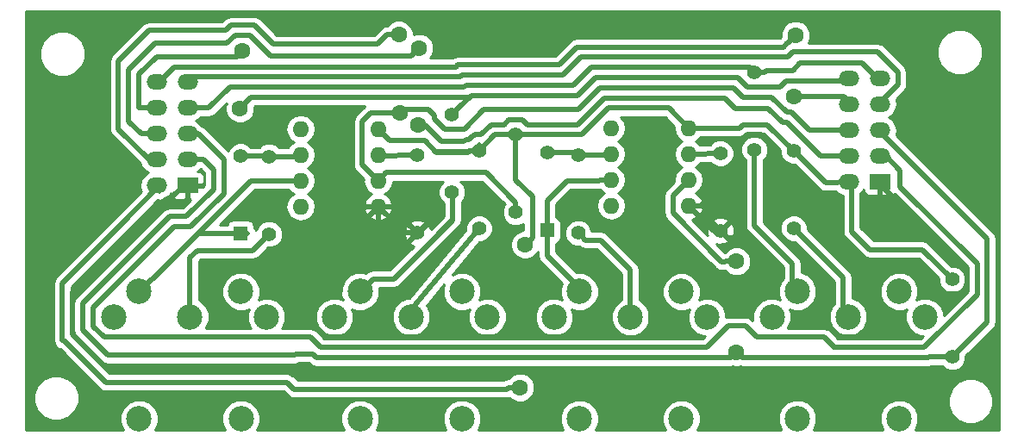
<source format=gbr>
G04 #@! TF.FileFunction,Copper,L2,Bot,Signal*
%FSLAX46Y46*%
G04 Gerber Fmt 4.6, Leading zero omitted, Abs format (unit mm)*
G04 Created by KiCad (PCBNEW 4.0.2-stable) date 17/08/2016 20:59:21*
%MOMM*%
G01*
G04 APERTURE LIST*
%ADD10C,0.100000*%
%ADD11R,1.397000X1.397000*%
%ADD12C,1.397000*%
%ADD13O,1.600000X1.600000*%
%ADD14C,2.499360*%
%ADD15O,2.000000X1.500000*%
%ADD16R,2.000000X1.500000*%
%ADD17C,1.600000*%
%ADD18C,0.500000*%
%ADD19C,0.254000*%
G04 APERTURE END LIST*
D10*
D11*
X56310000Y-65030000D03*
D12*
X56310000Y-57410000D03*
D11*
X86430000Y-64700000D03*
D12*
X86430000Y-57080000D03*
D13*
X62210000Y-54750000D03*
X62210000Y-57290000D03*
X62210000Y-59830000D03*
X62210000Y-62370000D03*
X69830000Y-62370000D03*
X69830000Y-59830000D03*
X69830000Y-57290000D03*
X69830000Y-54750000D03*
X92730000Y-54670000D03*
X92730000Y-57210000D03*
X92730000Y-59750000D03*
X92730000Y-62290000D03*
X100350000Y-62290000D03*
X100350000Y-59750000D03*
X100350000Y-57210000D03*
X100350000Y-54670000D03*
D14*
X43854681Y-73227540D03*
X56348941Y-70725640D03*
X51352761Y-73225000D03*
X58850841Y-73227540D03*
X46356581Y-70725640D03*
X56354021Y-83222440D03*
X46351501Y-83222440D03*
X87113180Y-73235100D03*
X99607440Y-70733200D03*
X94611260Y-73232560D03*
X102109340Y-73235100D03*
X89615080Y-70733200D03*
X99612520Y-83230000D03*
X89610000Y-83230000D03*
X65554681Y-73227540D03*
X78048941Y-70725640D03*
X73052761Y-73225000D03*
X80550841Y-73227540D03*
X68056581Y-70725640D03*
X78054021Y-83222440D03*
X68051501Y-83222440D03*
X108513180Y-73225100D03*
X121007440Y-70723200D03*
X116011260Y-73222560D03*
X123509340Y-73225100D03*
X111015080Y-70723200D03*
X121012520Y-83220000D03*
X111010000Y-83220000D03*
D15*
X51110000Y-50150000D03*
X48070000Y-50150000D03*
X48070000Y-52690000D03*
X51110000Y-52690000D03*
D16*
X51110000Y-60310000D03*
D15*
X48070000Y-60310000D03*
X51110000Y-57770000D03*
X48070000Y-57770000D03*
X51110000Y-55230000D03*
X48070000Y-55230000D03*
X119130000Y-49790000D03*
X116090000Y-49790000D03*
X116090000Y-52330000D03*
X119130000Y-52330000D03*
D16*
X119130000Y-59950000D03*
D15*
X116090000Y-59950000D03*
X119130000Y-57410000D03*
X116090000Y-57410000D03*
X119130000Y-54870000D03*
X116090000Y-54870000D03*
D12*
X83340000Y-55320000D03*
X83340000Y-62940000D03*
X73700000Y-57360000D03*
X73700000Y-64980000D03*
X126210000Y-69540000D03*
X126210000Y-77160000D03*
X103470000Y-57140000D03*
X103470000Y-64760000D03*
X59120000Y-65080000D03*
X59120000Y-57460000D03*
X77070000Y-60960000D03*
X77070000Y-53340000D03*
X79750000Y-64510000D03*
X79750000Y-56890000D03*
X89470000Y-64980000D03*
X89470000Y-57360000D03*
X106790000Y-56780000D03*
X106790000Y-49160000D03*
X110650000Y-64520000D03*
X110650000Y-56900000D03*
D17*
X62513293Y-78402860D03*
X62430000Y-68740000D03*
X71997381Y-53200043D03*
X71850000Y-45480000D03*
X83760000Y-80150000D03*
X84260000Y-66130000D03*
X105000000Y-76679980D03*
X105030000Y-67750000D03*
X110705240Y-51560052D03*
X110840000Y-45519969D03*
X56257872Y-52751417D03*
X56514803Y-47099970D03*
X73860000Y-46790000D03*
X73788198Y-54361479D03*
D18*
X47694039Y-69475961D02*
X51740000Y-65430000D01*
X51740000Y-65430000D02*
X52140000Y-65030000D01*
X62210000Y-59830000D02*
X57340000Y-59830000D01*
X57340000Y-59830000D02*
X51740000Y-65430000D01*
X52140000Y-65030000D02*
X56310000Y-65030000D01*
X46356581Y-70725640D02*
X47606260Y-69475961D01*
X47606260Y-69475961D02*
X47694039Y-69475961D01*
X57010000Y-65030000D02*
X56310000Y-65030000D01*
X59120000Y-57460000D02*
X62040000Y-57460000D01*
X62040000Y-57460000D02*
X62210000Y-57290000D01*
X56310000Y-57410000D02*
X59060000Y-57400000D01*
X59060000Y-57400000D02*
X59120000Y-57460000D01*
X86430000Y-64700000D02*
X86430000Y-67189059D01*
X86430000Y-67189059D02*
X89606581Y-70365640D01*
X88380000Y-59850000D02*
X86430000Y-61800000D01*
X86430000Y-61800000D02*
X86430000Y-64700000D01*
X91498630Y-59850000D02*
X88380000Y-59850000D01*
X92730000Y-59750000D02*
X91598630Y-59750000D01*
X91598630Y-59750000D02*
X91498630Y-59850000D01*
X92578500Y-59750000D02*
X92730000Y-59750000D01*
X89470000Y-57360000D02*
X92580000Y-57360000D01*
X92580000Y-57360000D02*
X92730000Y-57210000D01*
X86430000Y-57080000D02*
X89190000Y-57080000D01*
X89190000Y-57080000D02*
X89470000Y-57360000D01*
X102133769Y-70300000D02*
X100567288Y-68733519D01*
X100567288Y-68733519D02*
X98647592Y-68733519D01*
X98647592Y-68733519D02*
X96610941Y-70770170D01*
X96610941Y-70770170D02*
X96610941Y-74192408D01*
X96610941Y-74192408D02*
X95571108Y-75232241D01*
X81510689Y-75227221D02*
X88087855Y-75219954D01*
X93651412Y-75232241D02*
X93639123Y-75219954D01*
X93639123Y-75219954D02*
X88087855Y-75219954D01*
X95571108Y-75232241D02*
X93651412Y-75232241D01*
X88087855Y-75219954D02*
X64594833Y-75227221D01*
X106460000Y-70300000D02*
X102133769Y-70300000D01*
X108270000Y-68490000D02*
X106460000Y-70300000D01*
X108270000Y-67160000D02*
X108270000Y-68490000D01*
X106568499Y-65458499D02*
X108270000Y-67160000D01*
X101481370Y-62290000D02*
X100350000Y-62290000D01*
X107485281Y-55331499D02*
X106094719Y-55331499D01*
X106094719Y-55331499D02*
X105341499Y-56084719D01*
X109201499Y-57047717D02*
X107485281Y-55331499D01*
X113014761Y-73185590D02*
X113014761Y-68936304D01*
X113014761Y-68936304D02*
X109201499Y-65123042D01*
X115051412Y-75222241D02*
X113014761Y-73185590D01*
X119007759Y-73185590D02*
X116971108Y-75222241D01*
X103470000Y-64760000D02*
X104168499Y-65458499D01*
X127658501Y-70235281D02*
X126905281Y-70988501D01*
X119007759Y-69763352D02*
X119007759Y-73185590D01*
X120047592Y-68723519D02*
X119007759Y-69763352D01*
X125514719Y-70988501D02*
X123249737Y-68723519D01*
X105341499Y-58429871D02*
X101481370Y-62290000D01*
X123249737Y-68723519D02*
X120047592Y-68723519D01*
X126905281Y-70988501D02*
X125514719Y-70988501D01*
X105341499Y-56084719D02*
X105341499Y-58429871D01*
X118880000Y-59950000D02*
X127658501Y-68728501D01*
X109201499Y-65123042D02*
X109201499Y-57047717D01*
X116971108Y-75222241D02*
X115051412Y-75222241D01*
X127658501Y-68728501D02*
X127658501Y-70235281D01*
X104168499Y-65458499D02*
X106568499Y-65458499D01*
X39799990Y-74960835D02*
X43242015Y-78402860D01*
X48455782Y-62139989D02*
X39799990Y-70795781D01*
X48725048Y-62139989D02*
X48455782Y-62139989D01*
X61381923Y-78402860D02*
X62513293Y-78402860D01*
X43242015Y-78402860D02*
X61381923Y-78402860D01*
X50860000Y-60310000D02*
X48725048Y-62139989D01*
X39799990Y-70795781D02*
X39799990Y-74960835D01*
X73700000Y-64980000D02*
X72440000Y-64980000D01*
X72440000Y-64980000D02*
X69830000Y-62370000D01*
X64594833Y-75227221D02*
X62430000Y-73062388D01*
X62430000Y-73062388D02*
X62430000Y-69871370D01*
X62430000Y-69871370D02*
X62430000Y-68740000D01*
X69830000Y-62370000D02*
X70629999Y-63169999D01*
X69830000Y-62370000D02*
X63460000Y-68740000D01*
X63460000Y-68740000D02*
X62430000Y-68740000D01*
X62929999Y-68240001D02*
X62430000Y-68740000D01*
X103470000Y-64760000D02*
X102820000Y-64760000D01*
X102820000Y-64760000D02*
X100350000Y-62290000D01*
X73700000Y-64980000D02*
X73350000Y-64980000D01*
X69798630Y-46400000D02*
X59523064Y-46400000D01*
X59523064Y-46400000D02*
X57673022Y-44549958D01*
X71850000Y-45480000D02*
X70718630Y-45480000D01*
X70718630Y-45480000D02*
X69798630Y-46400000D01*
X74771478Y-52811478D02*
X72385946Y-52811478D01*
X69830000Y-59830000D02*
X68279999Y-58279999D01*
X112178011Y-54870000D02*
X110418065Y-53110054D01*
X80210501Y-52871488D02*
X78293488Y-54788501D01*
X116340000Y-54870000D02*
X112178011Y-54870000D01*
X110418065Y-53110054D02*
X110001238Y-53110054D01*
X104780044Y-50700044D02*
X91640000Y-50700044D01*
X110001238Y-53110054D02*
X108499697Y-51608513D01*
X76374719Y-54788501D02*
X75380000Y-53793782D01*
X91640000Y-50700044D02*
X89468556Y-52871488D01*
X89468556Y-52871488D02*
X80210501Y-52871488D01*
X75380000Y-53420000D02*
X74771478Y-52811478D01*
X78293488Y-54788501D02*
X76374719Y-54788501D01*
X75380000Y-53793782D02*
X75380000Y-53420000D01*
X108499697Y-51608513D02*
X105688512Y-51608513D01*
X68279999Y-58279999D02*
X68279999Y-54005999D01*
X68279999Y-54005999D02*
X69086345Y-53199653D01*
X69086345Y-53199653D02*
X70865621Y-53199653D01*
X70865621Y-53199653D02*
X70866011Y-53200043D01*
X70866011Y-53200043D02*
X71997381Y-53200043D01*
X72385946Y-52811478D02*
X71997381Y-53200043D01*
X105688512Y-51608513D02*
X104780044Y-50700044D01*
X47330000Y-57770000D02*
X44319968Y-54759968D01*
X44319968Y-54759968D02*
X44319968Y-48060032D01*
X47310020Y-45069980D02*
X54836562Y-45069980D01*
X44319968Y-48060032D02*
X47310020Y-45069980D01*
X54836562Y-45069980D02*
X55356584Y-44549958D01*
X55356584Y-44549958D02*
X57673022Y-44549958D01*
X83340000Y-62940000D02*
X83340000Y-61952172D01*
X83340000Y-61952172D02*
X80417829Y-59030001D01*
X80417829Y-59030001D02*
X70629999Y-59030001D01*
X70629999Y-59030001D02*
X69830000Y-59830000D01*
X48320000Y-57770000D02*
X47330000Y-57770000D01*
X48238666Y-57770000D02*
X48078666Y-57930000D01*
X48320000Y-57770000D02*
X48238666Y-57770000D01*
X48620000Y-58210000D02*
X47960000Y-57550000D01*
X69830000Y-57290000D02*
X69770000Y-57400000D01*
X69770000Y-57400000D02*
X73700000Y-57360000D01*
X83760000Y-80150000D02*
X82628630Y-80150000D01*
X82628630Y-80150000D02*
X82438630Y-80340000D01*
X38799979Y-69910021D02*
X44300000Y-64410000D01*
X44300000Y-64410000D02*
X48320000Y-60310000D01*
X82438630Y-80340000D02*
X61600000Y-80340000D01*
X61600000Y-80340000D02*
X60920000Y-79660000D01*
X60920000Y-79660000D02*
X43084927Y-79660000D01*
X43084927Y-79660000D02*
X38983362Y-75558435D01*
X38983362Y-75558435D02*
X38799979Y-75558435D01*
X38799979Y-75558435D02*
X38799979Y-69910021D01*
X118130000Y-66610000D02*
X116340000Y-64820000D01*
X116340000Y-64820000D02*
X116340000Y-59950000D01*
X123280000Y-66610000D02*
X118130000Y-66610000D01*
X126210000Y-69540000D02*
X123280000Y-66610000D01*
X98380066Y-52700066D02*
X92480000Y-52700066D01*
X84337828Y-55330000D02*
X89850066Y-55330000D01*
X89850066Y-55330000D02*
X92480000Y-52700066D01*
X83340000Y-55320000D02*
X84327828Y-55320000D01*
X84327828Y-55320000D02*
X84337828Y-55330000D01*
X100350000Y-54670000D02*
X98380066Y-52700066D01*
X74395281Y-55911499D02*
X70991499Y-55911499D01*
X75513782Y-57030000D02*
X74395281Y-55911499D01*
X78622172Y-57030000D02*
X75513782Y-57030000D01*
X78762172Y-56890000D02*
X78622172Y-57030000D01*
X70629999Y-55549999D02*
X69830000Y-54750000D01*
X70991499Y-55911499D02*
X70629999Y-55549999D01*
X79750000Y-56890000D02*
X78762172Y-56890000D01*
X83340000Y-55320000D02*
X81320000Y-55320000D01*
X81320000Y-55320000D02*
X79750000Y-56890000D01*
X78673649Y-56978523D02*
X78762172Y-56890000D01*
X75626283Y-56978523D02*
X78673649Y-56978523D01*
X75626283Y-56978522D02*
X75638522Y-56978522D01*
X83340000Y-59780000D02*
X84970000Y-61410000D01*
X84970000Y-61410000D02*
X84970000Y-65420000D01*
X83340000Y-55320000D02*
X83340000Y-59780000D01*
X84970000Y-65420000D02*
X84260000Y-66130000D01*
X79750000Y-56270000D02*
X79750000Y-56890000D01*
X116340000Y-59950000D02*
X113780000Y-60030000D01*
X113780000Y-60030000D02*
X110650000Y-56900000D01*
X110650000Y-56900000D02*
X108081488Y-54331488D01*
X108081488Y-54331488D02*
X105680501Y-54331488D01*
X105680501Y-54331488D02*
X105341989Y-54670000D01*
X105341989Y-54670000D02*
X101481370Y-54670000D01*
X101481370Y-54670000D02*
X100350000Y-54670000D01*
X115198011Y-59950000D02*
X116340000Y-59950000D01*
X48320000Y-60310000D02*
X48320000Y-60910483D01*
X105000000Y-76679980D02*
X105547261Y-77227241D01*
X105547261Y-77227241D02*
X123880955Y-77227241D01*
X123880955Y-77227241D02*
X123948196Y-77160000D01*
X123948196Y-77160000D02*
X126210000Y-77160000D01*
X50860000Y-57770000D02*
X52710000Y-57770000D01*
X61619648Y-77002503D02*
X61769292Y-76852859D01*
X61769292Y-76852859D02*
X63392013Y-76852859D01*
X52710000Y-57770000D02*
X53659989Y-58719989D01*
X49348484Y-63359978D02*
X40800000Y-71908462D01*
X63766397Y-77227243D02*
X92817958Y-77227243D01*
X92817958Y-77227243D02*
X92822977Y-77232262D01*
X53659989Y-58719989D02*
X53659989Y-60681553D01*
X53659989Y-60681553D02*
X50981564Y-63359978D01*
X50981564Y-63359978D02*
X49348484Y-63359978D01*
X92822977Y-77232262D02*
X104447718Y-77232262D01*
X104447718Y-77232262D02*
X105000000Y-76679980D01*
X40800000Y-71908462D02*
X40800000Y-74546617D01*
X40800000Y-74546617D02*
X43255886Y-77002503D01*
X43255886Y-77002503D02*
X61619648Y-77002503D01*
X63392013Y-76852859D02*
X63766397Y-77227243D01*
X126908499Y-76461501D02*
X126210000Y-77160000D01*
X129658522Y-73711478D02*
X126908499Y-76461501D01*
X118961334Y-54870000D02*
X129658522Y-65567188D01*
X129658522Y-65567188D02*
X129658522Y-73711478D01*
X118880000Y-54870000D02*
X118961334Y-54870000D01*
X126052502Y-77002502D02*
X126210000Y-77160000D01*
X100350000Y-59750000D02*
X98799999Y-61300001D01*
X98799999Y-61300001D02*
X98799999Y-63034001D01*
X98799999Y-63034001D02*
X103585998Y-67820000D01*
X103585998Y-67820000D02*
X104322894Y-67750000D01*
X104322894Y-67750000D02*
X105030000Y-67750000D01*
X50860000Y-57770000D02*
X51670002Y-57770000D01*
X50860000Y-57770000D02*
X51670003Y-57770000D01*
X100350000Y-57210000D02*
X100650000Y-57210000D01*
X100650000Y-57210000D02*
X103470000Y-57140000D01*
X51352761Y-73225000D02*
X51352761Y-67407239D01*
X51352761Y-67407239D02*
X52080000Y-66680000D01*
X52080000Y-66680000D02*
X57520000Y-66680000D01*
X57520000Y-66680000D02*
X59120000Y-65080000D01*
X89470000Y-64980000D02*
X90168499Y-65678499D01*
X90168499Y-65678499D02*
X91658499Y-65678499D01*
X91658499Y-65678499D02*
X94602761Y-68622761D01*
X94602761Y-68622761D02*
X94602761Y-72865000D01*
X79750000Y-64510000D02*
X72750000Y-72922239D01*
X72750000Y-72922239D02*
X73052761Y-73225000D01*
X77110000Y-63713782D02*
X71347821Y-69475961D01*
X68056581Y-70725640D02*
X69306260Y-69475961D01*
X69306260Y-69475961D02*
X71347821Y-69475961D01*
X71347821Y-69475961D02*
X77150000Y-63673782D01*
X77150000Y-63673782D02*
X77150000Y-62137828D01*
X77150000Y-62137828D02*
X77150000Y-61150000D01*
X67860000Y-70529059D02*
X68056581Y-70725640D01*
X110650000Y-64520000D02*
X115500000Y-69370000D01*
X115500000Y-69370000D02*
X115500000Y-73000260D01*
X110503820Y-67979592D02*
X110503820Y-70500900D01*
X106790000Y-64265772D02*
X110503820Y-67979592D01*
X106790000Y-56780000D02*
X106790000Y-64265772D01*
X77864164Y-49650001D02*
X51359999Y-49650001D01*
X118880000Y-52330000D02*
X118961334Y-52330000D01*
X78064219Y-49449946D02*
X77864164Y-49650001D01*
X87005718Y-49449946D02*
X78064219Y-49449946D01*
X51359999Y-49650001D02*
X50860000Y-50150000D01*
X118901334Y-47190000D02*
X110564229Y-47190000D01*
X87005782Y-49450010D02*
X87005718Y-49449946D01*
X120880010Y-50411324D02*
X120880010Y-49168676D01*
X118961334Y-52330000D02*
X120880010Y-50411324D01*
X89764216Y-47700012D02*
X88014218Y-49450010D01*
X110564229Y-47190000D02*
X110054217Y-47700012D01*
X110054217Y-47700012D02*
X89764216Y-47700012D01*
X120880010Y-49168676D02*
X118901334Y-47190000D01*
X88014218Y-49450010D02*
X87005782Y-49450010D01*
X87600063Y-48449936D02*
X89349998Y-46700001D01*
X110020032Y-46319968D02*
X110040001Y-46319968D01*
X110040001Y-46319968D02*
X110840000Y-45519969D01*
X48320000Y-50150000D02*
X49820010Y-48649990D01*
X49820010Y-48649990D02*
X77449948Y-48649990D01*
X77449948Y-48649990D02*
X77650002Y-48449936D01*
X77650002Y-48449936D02*
X87600063Y-48449936D01*
X89349998Y-46700001D02*
X109639999Y-46700001D01*
X109639999Y-46700001D02*
X110020032Y-46319968D01*
X116340000Y-52330000D02*
X115570052Y-51560052D01*
X115570052Y-51560052D02*
X111836610Y-51560052D01*
X111836610Y-51560052D02*
X110705240Y-51560052D01*
X57359266Y-51650023D02*
X56257872Y-52751417D01*
X78960000Y-51449968D02*
X78759945Y-51650023D01*
X78759945Y-51650023D02*
X57359266Y-51650023D01*
X109904167Y-50010032D02*
X116119968Y-50010032D01*
X91163278Y-49700034D02*
X105194263Y-49700034D01*
X116119968Y-50010032D02*
X116340000Y-49790000D01*
X109305697Y-50608502D02*
X109904167Y-50010032D01*
X105194263Y-49700034D02*
X106102730Y-50608502D01*
X86177346Y-51450032D02*
X89413280Y-51450032D01*
X78960000Y-51449968D02*
X86177282Y-51449968D01*
X89413280Y-51450032D02*
X91163278Y-49700034D01*
X106102730Y-50608502D02*
X109305697Y-50608502D01*
X86177282Y-51449968D02*
X86177346Y-51450032D01*
X77070000Y-53340000D02*
X77768499Y-52641501D01*
X77768499Y-52641501D02*
X77768499Y-52641469D01*
X77768499Y-52641469D02*
X78960000Y-51449968D01*
X79250021Y-51449968D02*
X78960000Y-51449968D01*
X46319990Y-49384238D02*
X48074206Y-47630022D01*
X48320000Y-52690000D02*
X46319990Y-52690000D01*
X48074206Y-47630022D02*
X55984751Y-47630022D01*
X46319990Y-52690000D02*
X46319990Y-49384238D01*
X55984751Y-47630022D02*
X56514803Y-47099970D01*
X78478437Y-50449957D02*
X86591500Y-50449957D01*
X106330023Y-48700023D02*
X106790000Y-49160000D01*
X86591564Y-50450021D02*
X88999062Y-50450021D01*
X55251605Y-50650012D02*
X78278382Y-50650012D01*
X53211617Y-52690000D02*
X55251605Y-50650012D01*
X90749060Y-48700023D02*
X106330023Y-48700023D01*
X50860000Y-52690000D02*
X53211617Y-52690000D01*
X88999062Y-50450021D02*
X90749060Y-48700023D01*
X86591500Y-50449957D02*
X86591564Y-50450021D01*
X78278382Y-50650012D02*
X78478437Y-50449957D01*
X107927807Y-49010021D02*
X107777828Y-49160000D01*
X117379990Y-48289990D02*
X111298468Y-48289990D01*
X111298468Y-48289990D02*
X110578437Y-49010021D01*
X107777828Y-49160000D02*
X106790000Y-49160000D01*
X118880000Y-49790000D02*
X117379990Y-48289990D01*
X110578437Y-49010021D02*
X107927807Y-49010021D01*
X51395782Y-64359989D02*
X51350011Y-64359989D01*
X52170000Y-55230000D02*
X50860000Y-55230000D01*
X54660000Y-57720000D02*
X52170000Y-55230000D01*
X49762702Y-64359989D02*
X51395782Y-64359989D01*
X64180616Y-76227231D02*
X63180607Y-75227221D01*
X63180607Y-75227221D02*
X42894833Y-75227221D01*
X42894833Y-75227221D02*
X41800011Y-74132399D01*
X41800011Y-72322680D02*
X49762702Y-64359989D01*
X51395782Y-64359989D02*
X54660000Y-61095771D01*
X81924906Y-76227231D02*
X64180616Y-76227231D01*
X81932173Y-76219964D02*
X81924906Y-76227231D01*
X95985326Y-76232252D02*
X93237194Y-76232252D01*
X95997614Y-76219964D02*
X95985326Y-76232252D01*
X104213969Y-74090000D02*
X102084005Y-76219964D01*
X93237194Y-76232252D02*
X93224906Y-76219964D01*
X41800011Y-74132399D02*
X41800011Y-72322680D01*
X107024781Y-75224781D02*
X105890000Y-74090000D01*
X113639723Y-75224781D02*
X107024781Y-75224781D01*
X114637194Y-76222252D02*
X113639723Y-75224781D01*
X105890000Y-74090000D02*
X104213969Y-74090000D01*
X117385326Y-76222252D02*
X114637194Y-76222252D01*
X93224906Y-76219964D02*
X81932173Y-76219964D01*
X102084005Y-76219964D02*
X95997614Y-76219964D01*
X54660000Y-61095771D02*
X54660000Y-57720000D01*
X123733969Y-75960000D02*
X123466738Y-76227231D01*
X128658512Y-71035457D02*
X123733969Y-75960000D01*
X128658512Y-67988512D02*
X128658512Y-71035457D01*
X121090000Y-60420000D02*
X128658512Y-67988512D01*
X123466738Y-76227231D02*
X114642171Y-76227231D01*
X114642171Y-76227231D02*
X114574930Y-76159990D01*
X121090000Y-58809998D02*
X121090000Y-60420000D01*
X118880000Y-57410000D02*
X119690002Y-57410000D01*
X119690002Y-57410000D02*
X121090000Y-58809998D01*
X119824229Y-57410000D02*
X118880000Y-57410000D01*
X73060001Y-47589999D02*
X59298834Y-47589999D01*
X73860000Y-46790000D02*
X73060001Y-47589999D01*
X59298834Y-47589999D02*
X57258804Y-45549969D01*
X103910055Y-51700055D02*
X104928272Y-52718272D01*
X84493772Y-54329990D02*
X89435850Y-54329990D01*
X73788198Y-54361479D02*
X74423468Y-54361479D01*
X104928272Y-52718272D02*
X108155227Y-52718272D01*
X80905783Y-54319990D02*
X82196228Y-54319990D01*
X109547020Y-54110065D02*
X110003847Y-54110065D01*
X78449499Y-55788512D02*
X78707706Y-55788512D01*
X76040501Y-55978512D02*
X78259499Y-55978512D01*
X79054719Y-55441499D02*
X79164274Y-55441499D01*
X79335783Y-55269990D02*
X79955784Y-55269990D01*
X82196228Y-54319990D02*
X82644719Y-53871499D01*
X82644719Y-53871499D02*
X84035281Y-53871499D01*
X78707706Y-55788512D02*
X79054719Y-55441499D01*
X78259499Y-55978512D02*
X78449499Y-55788512D01*
X79955784Y-55269990D02*
X80905783Y-54319990D01*
X84035281Y-53871499D02*
X84493772Y-54329990D01*
X89435850Y-54329990D02*
X92065785Y-51700055D01*
X79164274Y-55441499D02*
X79335783Y-55269990D01*
X108155227Y-52718272D02*
X109547020Y-54110065D01*
X92065785Y-51700055D02*
X103910055Y-51700055D01*
X74423468Y-54361479D02*
X76040501Y-55978512D01*
X110003847Y-54110065D02*
X113303782Y-57410000D01*
X113303782Y-57410000D02*
X116340000Y-57410000D01*
X57258804Y-45549969D02*
X58328835Y-46620000D01*
X55770802Y-45549969D02*
X57258804Y-45549969D01*
X47959970Y-46330030D02*
X54990741Y-46330030D01*
X45319979Y-53999979D02*
X45319979Y-48970021D01*
X46550000Y-55230000D02*
X45319979Y-53999979D01*
X45319979Y-48970021D02*
X47959970Y-46330030D01*
X48320000Y-55230000D02*
X46550000Y-55230000D01*
X54990741Y-46330030D02*
X55770802Y-45549969D01*
X48320000Y-55230000D02*
X48238666Y-55230000D01*
X48238666Y-55230000D02*
X48178666Y-55170000D01*
X48145772Y-55230000D02*
X48320000Y-55230000D01*
D19*
G36*
X130790000Y-84290000D02*
X122608319Y-84290000D01*
X122609342Y-84288979D01*
X122896872Y-83596531D01*
X122897526Y-82846759D01*
X122611206Y-82153809D01*
X122420349Y-81962619D01*
X125784613Y-81962619D01*
X126124155Y-82784372D01*
X126752321Y-83413636D01*
X127573481Y-83754611D01*
X128462619Y-83755387D01*
X129284372Y-83415845D01*
X129913636Y-82787679D01*
X130254611Y-81966519D01*
X130255387Y-81077381D01*
X129915845Y-80255628D01*
X129287679Y-79626364D01*
X128466519Y-79285389D01*
X127577381Y-79284613D01*
X126755628Y-79624155D01*
X126126364Y-80252321D01*
X125785389Y-81073481D01*
X125784613Y-81962619D01*
X122420349Y-81962619D01*
X122081499Y-81623178D01*
X121389051Y-81335648D01*
X120639279Y-81334994D01*
X119946329Y-81621314D01*
X119415698Y-82151021D01*
X119128168Y-82843469D01*
X119127514Y-83593241D01*
X119413834Y-84286191D01*
X119417636Y-84290000D01*
X112605799Y-84290000D01*
X112606822Y-84288979D01*
X112894352Y-83596531D01*
X112895006Y-82846759D01*
X112608686Y-82153809D01*
X112078979Y-81623178D01*
X111386531Y-81335648D01*
X110636759Y-81334994D01*
X109943809Y-81621314D01*
X109413178Y-82151021D01*
X109125648Y-82843469D01*
X109124994Y-83593241D01*
X109411314Y-84286191D01*
X109415116Y-84290000D01*
X101213070Y-84290000D01*
X101496872Y-83606531D01*
X101497526Y-82856759D01*
X101211206Y-82163809D01*
X100681499Y-81633178D01*
X99989051Y-81345648D01*
X99239279Y-81344994D01*
X98546329Y-81631314D01*
X98015698Y-82161021D01*
X97728168Y-82853469D01*
X97727514Y-83603241D01*
X98011276Y-84290000D01*
X91210550Y-84290000D01*
X91494352Y-83606531D01*
X91495006Y-82856759D01*
X91208686Y-82163809D01*
X90678979Y-81633178D01*
X89986531Y-81345648D01*
X89236759Y-81344994D01*
X88543809Y-81631314D01*
X88013178Y-82161021D01*
X87725648Y-82853469D01*
X87724994Y-83603241D01*
X88008756Y-84290000D01*
X79651432Y-84290000D01*
X79938373Y-83598971D01*
X79939027Y-82849199D01*
X79652707Y-82156249D01*
X79123000Y-81625618D01*
X78430552Y-81338088D01*
X77680780Y-81337434D01*
X76987830Y-81623754D01*
X76457199Y-82153461D01*
X76169669Y-82845909D01*
X76169015Y-83595681D01*
X76455335Y-84288631D01*
X76456702Y-84290000D01*
X69648912Y-84290000D01*
X69935853Y-83598971D01*
X69936507Y-82849199D01*
X69650187Y-82156249D01*
X69120480Y-81625618D01*
X68428032Y-81338088D01*
X67678260Y-81337434D01*
X66985310Y-81623754D01*
X66454679Y-82153461D01*
X66167149Y-82845909D01*
X66166495Y-83595681D01*
X66452815Y-84288631D01*
X66454182Y-84290000D01*
X57951432Y-84290000D01*
X58238373Y-83598971D01*
X58239027Y-82849199D01*
X57952707Y-82156249D01*
X57423000Y-81625618D01*
X56730552Y-81338088D01*
X55980780Y-81337434D01*
X55287830Y-81623754D01*
X54757199Y-82153461D01*
X54469669Y-82845909D01*
X54469015Y-83595681D01*
X54755335Y-84288631D01*
X54756702Y-84290000D01*
X47948912Y-84290000D01*
X48235853Y-83598971D01*
X48236507Y-82849199D01*
X47950187Y-82156249D01*
X47420480Y-81625618D01*
X46728032Y-81338088D01*
X45978260Y-81337434D01*
X45285310Y-81623754D01*
X44754679Y-82153461D01*
X44467149Y-82845909D01*
X44466495Y-83595681D01*
X44752815Y-84288631D01*
X44754182Y-84290000D01*
X35210000Y-84290000D01*
X35210000Y-81632619D01*
X35964613Y-81632619D01*
X36304155Y-82454372D01*
X36932321Y-83083636D01*
X37753481Y-83424611D01*
X38642619Y-83425387D01*
X39464372Y-83085845D01*
X40093636Y-82457679D01*
X40434611Y-81636519D01*
X40435387Y-80747381D01*
X40095845Y-79925628D01*
X39467679Y-79296364D01*
X38646519Y-78955389D01*
X37757381Y-78954613D01*
X36935628Y-79294155D01*
X36306364Y-79922321D01*
X35965389Y-80743481D01*
X35964613Y-81632619D01*
X35210000Y-81632619D01*
X35210000Y-69910021D01*
X37914978Y-69910021D01*
X37914979Y-69910026D01*
X37914979Y-75558435D01*
X37982346Y-75897110D01*
X38174189Y-76184225D01*
X38461304Y-76376068D01*
X38571293Y-76397946D01*
X42459135Y-80285787D01*
X42459137Y-80285790D01*
X42746252Y-80477633D01*
X42801759Y-80488674D01*
X43084927Y-80545001D01*
X43084932Y-80545000D01*
X60553420Y-80545000D01*
X60974208Y-80965787D01*
X60974210Y-80965790D01*
X61141219Y-81077381D01*
X61261325Y-81157633D01*
X61600000Y-81225001D01*
X61600005Y-81225000D01*
X82438625Y-81225000D01*
X82438630Y-81225001D01*
X82721114Y-81168810D01*
X82744719Y-81164115D01*
X82946077Y-81365824D01*
X83473309Y-81584750D01*
X84044187Y-81585248D01*
X84571800Y-81367243D01*
X84975824Y-80963923D01*
X85194750Y-80436691D01*
X85195248Y-79865813D01*
X84977243Y-79338200D01*
X84573923Y-78934176D01*
X84046691Y-78715250D01*
X83475813Y-78714752D01*
X82948200Y-78932757D01*
X82612080Y-79268291D01*
X82289956Y-79332366D01*
X82281225Y-79338200D01*
X82106421Y-79455000D01*
X61966579Y-79455000D01*
X61545790Y-79034210D01*
X61426664Y-78954613D01*
X61258675Y-78842367D01*
X61202484Y-78831190D01*
X60920000Y-78774999D01*
X60919995Y-78775000D01*
X43451506Y-78775000D01*
X39684979Y-75008472D01*
X39684979Y-70276601D01*
X44925789Y-65035790D01*
X44928256Y-65032097D01*
X44931924Y-65029594D01*
X48138357Y-61759352D01*
X48320000Y-61795483D01*
X48658675Y-61728116D01*
X48859226Y-61594113D01*
X48882049Y-61589573D01*
X49331375Y-61289343D01*
X49475000Y-61074393D01*
X49475000Y-61186309D01*
X49571673Y-61419698D01*
X49750301Y-61598327D01*
X49983690Y-61695000D01*
X50824250Y-61695000D01*
X50983000Y-61536250D01*
X50983000Y-60437000D01*
X50963000Y-60437000D01*
X50963000Y-60183000D01*
X50983000Y-60183000D01*
X50983000Y-60163000D01*
X51237000Y-60163000D01*
X51237000Y-60183000D01*
X52586250Y-60183000D01*
X52745000Y-60024250D01*
X52745000Y-59433691D01*
X52648327Y-59200302D01*
X52469699Y-59021673D01*
X52236310Y-58925000D01*
X52108486Y-58925000D01*
X52371375Y-58749343D01*
X52397966Y-58709546D01*
X52774989Y-59086568D01*
X52774989Y-60314974D01*
X52619606Y-60470356D01*
X52586250Y-60437000D01*
X51237000Y-60437000D01*
X51237000Y-61536250D01*
X51395356Y-61694606D01*
X50614984Y-62474978D01*
X49348489Y-62474978D01*
X49348484Y-62474977D01*
X49066000Y-62531168D01*
X49009809Y-62542345D01*
X48722694Y-62734188D01*
X48722692Y-62734191D01*
X40174210Y-71282672D01*
X39982367Y-71569787D01*
X39982367Y-71569788D01*
X39914999Y-71908462D01*
X39915000Y-71908467D01*
X39915000Y-74546612D01*
X39914999Y-74546617D01*
X39969257Y-74819382D01*
X39982367Y-74885292D01*
X40137130Y-75116912D01*
X40174210Y-75172407D01*
X42630094Y-77628290D01*
X42630096Y-77628293D01*
X42917211Y-77820136D01*
X43255886Y-77887504D01*
X43255891Y-77887503D01*
X61619643Y-77887503D01*
X61619648Y-77887504D01*
X61902132Y-77831313D01*
X61958323Y-77820136D01*
X62081460Y-77737859D01*
X63025434Y-77737859D01*
X63140605Y-77853030D01*
X63140607Y-77853033D01*
X63427722Y-78044876D01*
X63483913Y-78056053D01*
X63766397Y-78112244D01*
X63766402Y-78112243D01*
X92797740Y-78112243D01*
X92822977Y-78117263D01*
X92822982Y-78117262D01*
X104447713Y-78117262D01*
X104447718Y-78117263D01*
X104631412Y-78080723D01*
X104713309Y-78114730D01*
X105284187Y-78115228D01*
X105374556Y-78077888D01*
X105547261Y-78112242D01*
X105547266Y-78112241D01*
X123880950Y-78112241D01*
X123880955Y-78112242D01*
X124163439Y-78056051D01*
X124218997Y-78045000D01*
X125209246Y-78045000D01*
X125453647Y-78289827D01*
X125943587Y-78493268D01*
X126474086Y-78493731D01*
X126964380Y-78291146D01*
X127339827Y-77916353D01*
X127543268Y-77426413D01*
X127543572Y-77078008D01*
X130284309Y-74337270D01*
X130284312Y-74337268D01*
X130476155Y-74050153D01*
X130501880Y-73920827D01*
X130543523Y-73711478D01*
X130543522Y-73711473D01*
X130543522Y-65567188D01*
X130476155Y-65228513D01*
X130284312Y-64941398D01*
X130284309Y-64941396D01*
X120700121Y-55357207D01*
X120797032Y-54870000D01*
X120691605Y-54339983D01*
X120391375Y-53890657D01*
X119956376Y-53600000D01*
X120391375Y-53309343D01*
X120691605Y-52860017D01*
X120797032Y-52330000D01*
X120700120Y-51842793D01*
X121505797Y-51037116D01*
X121505800Y-51037114D01*
X121697643Y-50749999D01*
X121717532Y-50650012D01*
X121765011Y-50411324D01*
X121765010Y-50411319D01*
X121765010Y-49168676D01*
X121697643Y-48830001D01*
X121505800Y-48542886D01*
X121505797Y-48542884D01*
X120615533Y-47652619D01*
X124714613Y-47652619D01*
X125054155Y-48474372D01*
X125682321Y-49103636D01*
X126503481Y-49444611D01*
X127392619Y-49445387D01*
X128214372Y-49105845D01*
X128843636Y-48477679D01*
X129184611Y-47656519D01*
X129185387Y-46767381D01*
X128845845Y-45945628D01*
X128217679Y-45316364D01*
X127396519Y-44975389D01*
X126507381Y-44974613D01*
X125685628Y-45314155D01*
X125056364Y-45942321D01*
X124715389Y-46763481D01*
X124714613Y-47652619D01*
X120615533Y-47652619D01*
X119527124Y-46564210D01*
X119439726Y-46505813D01*
X119240009Y-46372367D01*
X119183818Y-46361190D01*
X118901334Y-46304999D01*
X118901329Y-46305000D01*
X112067821Y-46305000D01*
X112274750Y-45806660D01*
X112275248Y-45235782D01*
X112057243Y-44708169D01*
X111653923Y-44304145D01*
X111126691Y-44085219D01*
X110555813Y-44084721D01*
X110028200Y-44302726D01*
X109624176Y-44706046D01*
X109405250Y-45233278D01*
X109404854Y-45687087D01*
X109394242Y-45694178D01*
X109394240Y-45694181D01*
X109273420Y-45815001D01*
X89350003Y-45815001D01*
X89349998Y-45815000D01*
X89067514Y-45871191D01*
X89011323Y-45882368D01*
X88724208Y-46074211D01*
X88724206Y-46074214D01*
X87233483Y-47564936D01*
X77650007Y-47564936D01*
X77650002Y-47564935D01*
X77322794Y-47630022D01*
X77311327Y-47632303D01*
X77112746Y-47764990D01*
X74914476Y-47764990D01*
X75075824Y-47603923D01*
X75294750Y-47076691D01*
X75295248Y-46505813D01*
X75077243Y-45978200D01*
X74673923Y-45574176D01*
X74146691Y-45355250D01*
X73575813Y-45354752D01*
X73285005Y-45474911D01*
X73285248Y-45195813D01*
X73067243Y-44668200D01*
X72663923Y-44264176D01*
X72136691Y-44045250D01*
X71565813Y-44044752D01*
X71038200Y-44262757D01*
X70702079Y-44598292D01*
X70379955Y-44662367D01*
X70092840Y-44854210D01*
X70092838Y-44854213D01*
X69432050Y-45515000D01*
X59889643Y-45515000D01*
X58298812Y-43924168D01*
X58011697Y-43732325D01*
X57955506Y-43721148D01*
X57673022Y-43664957D01*
X57673017Y-43664958D01*
X55356589Y-43664958D01*
X55356584Y-43664957D01*
X55017909Y-43732325D01*
X54730794Y-43924168D01*
X54730792Y-43924171D01*
X54469982Y-44184980D01*
X47310025Y-44184980D01*
X47310020Y-44184979D01*
X46971345Y-44252347D01*
X46684230Y-44444190D01*
X46684228Y-44444193D01*
X43694178Y-47434242D01*
X43502335Y-47721357D01*
X43493656Y-47764990D01*
X43434967Y-48060032D01*
X43434968Y-48060037D01*
X43434968Y-54759963D01*
X43434967Y-54759968D01*
X43476921Y-54970878D01*
X43502335Y-55098643D01*
X43650240Y-55320000D01*
X43694178Y-55385758D01*
X46483554Y-58175133D01*
X46508395Y-58300017D01*
X46808625Y-58749343D01*
X47243624Y-59040000D01*
X46808625Y-59330657D01*
X46508395Y-59779983D01*
X46402968Y-60310000D01*
X46508395Y-60840017D01*
X46529673Y-60871862D01*
X43671141Y-63787280D01*
X38174189Y-69284231D01*
X37982346Y-69571346D01*
X37982346Y-69571347D01*
X37914978Y-69910021D01*
X35210000Y-69910021D01*
X35210000Y-47802619D01*
X36574613Y-47802619D01*
X36914155Y-48624372D01*
X37542321Y-49253636D01*
X38363481Y-49594611D01*
X39252619Y-49595387D01*
X40074372Y-49255845D01*
X40703636Y-48627679D01*
X41044611Y-47806519D01*
X41045387Y-46917381D01*
X40705845Y-46095628D01*
X40077679Y-45466364D01*
X39256519Y-45125389D01*
X38367381Y-45124613D01*
X37545628Y-45464155D01*
X36916364Y-46092321D01*
X36575389Y-46913481D01*
X36574613Y-47802619D01*
X35210000Y-47802619D01*
X35210000Y-43210000D01*
X130790000Y-43210000D01*
X130790000Y-84290000D01*
X130790000Y-84290000D01*
G37*
X130790000Y-84290000D02*
X122608319Y-84290000D01*
X122609342Y-84288979D01*
X122896872Y-83596531D01*
X122897526Y-82846759D01*
X122611206Y-82153809D01*
X122420349Y-81962619D01*
X125784613Y-81962619D01*
X126124155Y-82784372D01*
X126752321Y-83413636D01*
X127573481Y-83754611D01*
X128462619Y-83755387D01*
X129284372Y-83415845D01*
X129913636Y-82787679D01*
X130254611Y-81966519D01*
X130255387Y-81077381D01*
X129915845Y-80255628D01*
X129287679Y-79626364D01*
X128466519Y-79285389D01*
X127577381Y-79284613D01*
X126755628Y-79624155D01*
X126126364Y-80252321D01*
X125785389Y-81073481D01*
X125784613Y-81962619D01*
X122420349Y-81962619D01*
X122081499Y-81623178D01*
X121389051Y-81335648D01*
X120639279Y-81334994D01*
X119946329Y-81621314D01*
X119415698Y-82151021D01*
X119128168Y-82843469D01*
X119127514Y-83593241D01*
X119413834Y-84286191D01*
X119417636Y-84290000D01*
X112605799Y-84290000D01*
X112606822Y-84288979D01*
X112894352Y-83596531D01*
X112895006Y-82846759D01*
X112608686Y-82153809D01*
X112078979Y-81623178D01*
X111386531Y-81335648D01*
X110636759Y-81334994D01*
X109943809Y-81621314D01*
X109413178Y-82151021D01*
X109125648Y-82843469D01*
X109124994Y-83593241D01*
X109411314Y-84286191D01*
X109415116Y-84290000D01*
X101213070Y-84290000D01*
X101496872Y-83606531D01*
X101497526Y-82856759D01*
X101211206Y-82163809D01*
X100681499Y-81633178D01*
X99989051Y-81345648D01*
X99239279Y-81344994D01*
X98546329Y-81631314D01*
X98015698Y-82161021D01*
X97728168Y-82853469D01*
X97727514Y-83603241D01*
X98011276Y-84290000D01*
X91210550Y-84290000D01*
X91494352Y-83606531D01*
X91495006Y-82856759D01*
X91208686Y-82163809D01*
X90678979Y-81633178D01*
X89986531Y-81345648D01*
X89236759Y-81344994D01*
X88543809Y-81631314D01*
X88013178Y-82161021D01*
X87725648Y-82853469D01*
X87724994Y-83603241D01*
X88008756Y-84290000D01*
X79651432Y-84290000D01*
X79938373Y-83598971D01*
X79939027Y-82849199D01*
X79652707Y-82156249D01*
X79123000Y-81625618D01*
X78430552Y-81338088D01*
X77680780Y-81337434D01*
X76987830Y-81623754D01*
X76457199Y-82153461D01*
X76169669Y-82845909D01*
X76169015Y-83595681D01*
X76455335Y-84288631D01*
X76456702Y-84290000D01*
X69648912Y-84290000D01*
X69935853Y-83598971D01*
X69936507Y-82849199D01*
X69650187Y-82156249D01*
X69120480Y-81625618D01*
X68428032Y-81338088D01*
X67678260Y-81337434D01*
X66985310Y-81623754D01*
X66454679Y-82153461D01*
X66167149Y-82845909D01*
X66166495Y-83595681D01*
X66452815Y-84288631D01*
X66454182Y-84290000D01*
X57951432Y-84290000D01*
X58238373Y-83598971D01*
X58239027Y-82849199D01*
X57952707Y-82156249D01*
X57423000Y-81625618D01*
X56730552Y-81338088D01*
X55980780Y-81337434D01*
X55287830Y-81623754D01*
X54757199Y-82153461D01*
X54469669Y-82845909D01*
X54469015Y-83595681D01*
X54755335Y-84288631D01*
X54756702Y-84290000D01*
X47948912Y-84290000D01*
X48235853Y-83598971D01*
X48236507Y-82849199D01*
X47950187Y-82156249D01*
X47420480Y-81625618D01*
X46728032Y-81338088D01*
X45978260Y-81337434D01*
X45285310Y-81623754D01*
X44754679Y-82153461D01*
X44467149Y-82845909D01*
X44466495Y-83595681D01*
X44752815Y-84288631D01*
X44754182Y-84290000D01*
X35210000Y-84290000D01*
X35210000Y-81632619D01*
X35964613Y-81632619D01*
X36304155Y-82454372D01*
X36932321Y-83083636D01*
X37753481Y-83424611D01*
X38642619Y-83425387D01*
X39464372Y-83085845D01*
X40093636Y-82457679D01*
X40434611Y-81636519D01*
X40435387Y-80747381D01*
X40095845Y-79925628D01*
X39467679Y-79296364D01*
X38646519Y-78955389D01*
X37757381Y-78954613D01*
X36935628Y-79294155D01*
X36306364Y-79922321D01*
X35965389Y-80743481D01*
X35964613Y-81632619D01*
X35210000Y-81632619D01*
X35210000Y-69910021D01*
X37914978Y-69910021D01*
X37914979Y-69910026D01*
X37914979Y-75558435D01*
X37982346Y-75897110D01*
X38174189Y-76184225D01*
X38461304Y-76376068D01*
X38571293Y-76397946D01*
X42459135Y-80285787D01*
X42459137Y-80285790D01*
X42746252Y-80477633D01*
X42801759Y-80488674D01*
X43084927Y-80545001D01*
X43084932Y-80545000D01*
X60553420Y-80545000D01*
X60974208Y-80965787D01*
X60974210Y-80965790D01*
X61141219Y-81077381D01*
X61261325Y-81157633D01*
X61600000Y-81225001D01*
X61600005Y-81225000D01*
X82438625Y-81225000D01*
X82438630Y-81225001D01*
X82721114Y-81168810D01*
X82744719Y-81164115D01*
X82946077Y-81365824D01*
X83473309Y-81584750D01*
X84044187Y-81585248D01*
X84571800Y-81367243D01*
X84975824Y-80963923D01*
X85194750Y-80436691D01*
X85195248Y-79865813D01*
X84977243Y-79338200D01*
X84573923Y-78934176D01*
X84046691Y-78715250D01*
X83475813Y-78714752D01*
X82948200Y-78932757D01*
X82612080Y-79268291D01*
X82289956Y-79332366D01*
X82281225Y-79338200D01*
X82106421Y-79455000D01*
X61966579Y-79455000D01*
X61545790Y-79034210D01*
X61426664Y-78954613D01*
X61258675Y-78842367D01*
X61202484Y-78831190D01*
X60920000Y-78774999D01*
X60919995Y-78775000D01*
X43451506Y-78775000D01*
X39684979Y-75008472D01*
X39684979Y-70276601D01*
X44925789Y-65035790D01*
X44928256Y-65032097D01*
X44931924Y-65029594D01*
X48138357Y-61759352D01*
X48320000Y-61795483D01*
X48658675Y-61728116D01*
X48859226Y-61594113D01*
X48882049Y-61589573D01*
X49331375Y-61289343D01*
X49475000Y-61074393D01*
X49475000Y-61186309D01*
X49571673Y-61419698D01*
X49750301Y-61598327D01*
X49983690Y-61695000D01*
X50824250Y-61695000D01*
X50983000Y-61536250D01*
X50983000Y-60437000D01*
X50963000Y-60437000D01*
X50963000Y-60183000D01*
X50983000Y-60183000D01*
X50983000Y-60163000D01*
X51237000Y-60163000D01*
X51237000Y-60183000D01*
X52586250Y-60183000D01*
X52745000Y-60024250D01*
X52745000Y-59433691D01*
X52648327Y-59200302D01*
X52469699Y-59021673D01*
X52236310Y-58925000D01*
X52108486Y-58925000D01*
X52371375Y-58749343D01*
X52397966Y-58709546D01*
X52774989Y-59086568D01*
X52774989Y-60314974D01*
X52619606Y-60470356D01*
X52586250Y-60437000D01*
X51237000Y-60437000D01*
X51237000Y-61536250D01*
X51395356Y-61694606D01*
X50614984Y-62474978D01*
X49348489Y-62474978D01*
X49348484Y-62474977D01*
X49066000Y-62531168D01*
X49009809Y-62542345D01*
X48722694Y-62734188D01*
X48722692Y-62734191D01*
X40174210Y-71282672D01*
X39982367Y-71569787D01*
X39982367Y-71569788D01*
X39914999Y-71908462D01*
X39915000Y-71908467D01*
X39915000Y-74546612D01*
X39914999Y-74546617D01*
X39969257Y-74819382D01*
X39982367Y-74885292D01*
X40137130Y-75116912D01*
X40174210Y-75172407D01*
X42630094Y-77628290D01*
X42630096Y-77628293D01*
X42917211Y-77820136D01*
X43255886Y-77887504D01*
X43255891Y-77887503D01*
X61619643Y-77887503D01*
X61619648Y-77887504D01*
X61902132Y-77831313D01*
X61958323Y-77820136D01*
X62081460Y-77737859D01*
X63025434Y-77737859D01*
X63140605Y-77853030D01*
X63140607Y-77853033D01*
X63427722Y-78044876D01*
X63483913Y-78056053D01*
X63766397Y-78112244D01*
X63766402Y-78112243D01*
X92797740Y-78112243D01*
X92822977Y-78117263D01*
X92822982Y-78117262D01*
X104447713Y-78117262D01*
X104447718Y-78117263D01*
X104631412Y-78080723D01*
X104713309Y-78114730D01*
X105284187Y-78115228D01*
X105374556Y-78077888D01*
X105547261Y-78112242D01*
X105547266Y-78112241D01*
X123880950Y-78112241D01*
X123880955Y-78112242D01*
X124163439Y-78056051D01*
X124218997Y-78045000D01*
X125209246Y-78045000D01*
X125453647Y-78289827D01*
X125943587Y-78493268D01*
X126474086Y-78493731D01*
X126964380Y-78291146D01*
X127339827Y-77916353D01*
X127543268Y-77426413D01*
X127543572Y-77078008D01*
X130284309Y-74337270D01*
X130284312Y-74337268D01*
X130476155Y-74050153D01*
X130501880Y-73920827D01*
X130543523Y-73711478D01*
X130543522Y-73711473D01*
X130543522Y-65567188D01*
X130476155Y-65228513D01*
X130284312Y-64941398D01*
X130284309Y-64941396D01*
X120700121Y-55357207D01*
X120797032Y-54870000D01*
X120691605Y-54339983D01*
X120391375Y-53890657D01*
X119956376Y-53600000D01*
X120391375Y-53309343D01*
X120691605Y-52860017D01*
X120797032Y-52330000D01*
X120700120Y-51842793D01*
X121505797Y-51037116D01*
X121505800Y-51037114D01*
X121697643Y-50749999D01*
X121717532Y-50650012D01*
X121765011Y-50411324D01*
X121765010Y-50411319D01*
X121765010Y-49168676D01*
X121697643Y-48830001D01*
X121505800Y-48542886D01*
X121505797Y-48542884D01*
X120615533Y-47652619D01*
X124714613Y-47652619D01*
X125054155Y-48474372D01*
X125682321Y-49103636D01*
X126503481Y-49444611D01*
X127392619Y-49445387D01*
X128214372Y-49105845D01*
X128843636Y-48477679D01*
X129184611Y-47656519D01*
X129185387Y-46767381D01*
X128845845Y-45945628D01*
X128217679Y-45316364D01*
X127396519Y-44975389D01*
X126507381Y-44974613D01*
X125685628Y-45314155D01*
X125056364Y-45942321D01*
X124715389Y-46763481D01*
X124714613Y-47652619D01*
X120615533Y-47652619D01*
X119527124Y-46564210D01*
X119439726Y-46505813D01*
X119240009Y-46372367D01*
X119183818Y-46361190D01*
X118901334Y-46304999D01*
X118901329Y-46305000D01*
X112067821Y-46305000D01*
X112274750Y-45806660D01*
X112275248Y-45235782D01*
X112057243Y-44708169D01*
X111653923Y-44304145D01*
X111126691Y-44085219D01*
X110555813Y-44084721D01*
X110028200Y-44302726D01*
X109624176Y-44706046D01*
X109405250Y-45233278D01*
X109404854Y-45687087D01*
X109394242Y-45694178D01*
X109394240Y-45694181D01*
X109273420Y-45815001D01*
X89350003Y-45815001D01*
X89349998Y-45815000D01*
X89067514Y-45871191D01*
X89011323Y-45882368D01*
X88724208Y-46074211D01*
X88724206Y-46074214D01*
X87233483Y-47564936D01*
X77650007Y-47564936D01*
X77650002Y-47564935D01*
X77322794Y-47630022D01*
X77311327Y-47632303D01*
X77112746Y-47764990D01*
X74914476Y-47764990D01*
X75075824Y-47603923D01*
X75294750Y-47076691D01*
X75295248Y-46505813D01*
X75077243Y-45978200D01*
X74673923Y-45574176D01*
X74146691Y-45355250D01*
X73575813Y-45354752D01*
X73285005Y-45474911D01*
X73285248Y-45195813D01*
X73067243Y-44668200D01*
X72663923Y-44264176D01*
X72136691Y-44045250D01*
X71565813Y-44044752D01*
X71038200Y-44262757D01*
X70702079Y-44598292D01*
X70379955Y-44662367D01*
X70092840Y-44854210D01*
X70092838Y-44854213D01*
X69432050Y-45515000D01*
X59889643Y-45515000D01*
X58298812Y-43924168D01*
X58011697Y-43732325D01*
X57955506Y-43721148D01*
X57673022Y-43664957D01*
X57673017Y-43664958D01*
X55356589Y-43664958D01*
X55356584Y-43664957D01*
X55017909Y-43732325D01*
X54730794Y-43924168D01*
X54730792Y-43924171D01*
X54469982Y-44184980D01*
X47310025Y-44184980D01*
X47310020Y-44184979D01*
X46971345Y-44252347D01*
X46684230Y-44444190D01*
X46684228Y-44444193D01*
X43694178Y-47434242D01*
X43502335Y-47721357D01*
X43493656Y-47764990D01*
X43434967Y-48060032D01*
X43434968Y-48060037D01*
X43434968Y-54759963D01*
X43434967Y-54759968D01*
X43476921Y-54970878D01*
X43502335Y-55098643D01*
X43650240Y-55320000D01*
X43694178Y-55385758D01*
X46483554Y-58175133D01*
X46508395Y-58300017D01*
X46808625Y-58749343D01*
X47243624Y-59040000D01*
X46808625Y-59330657D01*
X46508395Y-59779983D01*
X46402968Y-60310000D01*
X46508395Y-60840017D01*
X46529673Y-60871862D01*
X43671141Y-63787280D01*
X38174189Y-69284231D01*
X37982346Y-69571346D01*
X37982346Y-69571347D01*
X37914978Y-69910021D01*
X35210000Y-69910021D01*
X35210000Y-47802619D01*
X36574613Y-47802619D01*
X36914155Y-48624372D01*
X37542321Y-49253636D01*
X38363481Y-49594611D01*
X39252619Y-49595387D01*
X40074372Y-49255845D01*
X40703636Y-48627679D01*
X41044611Y-47806519D01*
X41045387Y-46917381D01*
X40705845Y-46095628D01*
X40077679Y-45466364D01*
X39256519Y-45125389D01*
X38367381Y-45124613D01*
X37545628Y-45464155D01*
X36916364Y-46092321D01*
X36575389Y-46913481D01*
X36574613Y-47802619D01*
X35210000Y-47802619D01*
X35210000Y-43210000D01*
X130790000Y-43210000D01*
X130790000Y-84290000D01*
G36*
X54823122Y-52464726D02*
X54822624Y-53035604D01*
X55040629Y-53563217D01*
X55443949Y-53967241D01*
X55971181Y-54186167D01*
X56542059Y-54186665D01*
X57069672Y-53968660D01*
X57473696Y-53565340D01*
X57692622Y-53038108D01*
X57693032Y-52567836D01*
X57725845Y-52535023D01*
X68518684Y-52535023D01*
X68460555Y-52573863D01*
X68460553Y-52573866D01*
X67654209Y-53380209D01*
X67462366Y-53667324D01*
X67460108Y-53678674D01*
X67394998Y-54005999D01*
X67394999Y-54006004D01*
X67394999Y-58279994D01*
X67394998Y-58279999D01*
X67436999Y-58491146D01*
X67462366Y-58618674D01*
X67610452Y-58840302D01*
X67654209Y-58905789D01*
X68401983Y-59653562D01*
X68366887Y-59830000D01*
X68476120Y-60379151D01*
X68787189Y-60844698D01*
X69191703Y-61114986D01*
X68974866Y-61217611D01*
X68598959Y-61632577D01*
X68438096Y-62020961D01*
X68560085Y-62243000D01*
X69703000Y-62243000D01*
X69703000Y-62223000D01*
X69957000Y-62223000D01*
X69957000Y-62243000D01*
X71099915Y-62243000D01*
X71221904Y-62020961D01*
X71061041Y-61632577D01*
X70685134Y-61217611D01*
X70468297Y-61114986D01*
X70872811Y-60844698D01*
X71183880Y-60379151D01*
X71276205Y-59915001D01*
X76229323Y-59915001D01*
X75940173Y-60203647D01*
X75736732Y-60693587D01*
X75736269Y-61224086D01*
X75938854Y-61714380D01*
X76265000Y-62041095D01*
X76265000Y-63307203D01*
X74991448Y-64580755D01*
X74869800Y-64287071D01*
X74634188Y-64225417D01*
X73879605Y-64980000D01*
X73893748Y-64994143D01*
X73714143Y-65173748D01*
X73700000Y-65159605D01*
X72945417Y-65914188D01*
X73007071Y-66149800D01*
X73314277Y-66257926D01*
X70981241Y-68590961D01*
X69306265Y-68590961D01*
X69306260Y-68590960D01*
X69023776Y-68647151D01*
X68967585Y-68658328D01*
X68680470Y-68850171D01*
X68680468Y-68850174D01*
X68614171Y-68916471D01*
X68433112Y-68841288D01*
X67683340Y-68840634D01*
X66990390Y-69126954D01*
X66459759Y-69656661D01*
X66172229Y-70349109D01*
X66171575Y-71098881D01*
X66343207Y-71514264D01*
X65931212Y-71343188D01*
X65181440Y-71342534D01*
X64488490Y-71628854D01*
X63957859Y-72158561D01*
X63670329Y-72851009D01*
X63669675Y-73600781D01*
X63955995Y-74293731D01*
X64485702Y-74824362D01*
X65178150Y-75111892D01*
X65927922Y-75112546D01*
X66620872Y-74826226D01*
X67151503Y-74296519D01*
X67439033Y-73604071D01*
X67439038Y-73598241D01*
X71167755Y-73598241D01*
X71454075Y-74291191D01*
X71983782Y-74821822D01*
X72676230Y-75109352D01*
X73426002Y-75110006D01*
X74118952Y-74823686D01*
X74649583Y-74293979D01*
X74937113Y-73601531D01*
X74937767Y-72851759D01*
X74651447Y-72158809D01*
X74588806Y-72096059D01*
X76286215Y-70056201D01*
X76164589Y-70349109D01*
X76163935Y-71098881D01*
X76450255Y-71791831D01*
X76979962Y-72322462D01*
X77672410Y-72609992D01*
X78422182Y-72610646D01*
X78837565Y-72439014D01*
X78666489Y-72851009D01*
X78665835Y-73600781D01*
X78952155Y-74293731D01*
X79481862Y-74824362D01*
X80174310Y-75111892D01*
X80924082Y-75112546D01*
X81617032Y-74826226D01*
X82147663Y-74296519D01*
X82435193Y-73604071D01*
X82435847Y-72854299D01*
X82149527Y-72161349D01*
X81619820Y-71630718D01*
X80927372Y-71343188D01*
X80177600Y-71342534D01*
X79762217Y-71514166D01*
X79933293Y-71102171D01*
X79933947Y-70352399D01*
X79647627Y-69659449D01*
X79117920Y-69128818D01*
X78425472Y-68841288D01*
X77675700Y-68840634D01*
X77099656Y-69078649D01*
X79791662Y-65843537D01*
X80014086Y-65843731D01*
X80504380Y-65641146D01*
X80879827Y-65266353D01*
X81083268Y-64776413D01*
X81083731Y-64245914D01*
X80881146Y-63755620D01*
X80506353Y-63380173D01*
X80016413Y-63176732D01*
X79485914Y-63176269D01*
X78995620Y-63378854D01*
X78620173Y-63753647D01*
X78416732Y-64243587D01*
X78416308Y-64729158D01*
X72915123Y-71340200D01*
X72679520Y-71339994D01*
X71986570Y-71626314D01*
X71455939Y-72156021D01*
X71168409Y-72848469D01*
X71167755Y-73598241D01*
X67439038Y-73598241D01*
X67439687Y-72854299D01*
X67268055Y-72438916D01*
X67680050Y-72609992D01*
X68429822Y-72610646D01*
X69122772Y-72324326D01*
X69653403Y-71794619D01*
X69940933Y-71102171D01*
X69941580Y-70360961D01*
X71347816Y-70360961D01*
X71347821Y-70360962D01*
X71630305Y-70304771D01*
X71686496Y-70293594D01*
X71973611Y-70101751D01*
X71973612Y-70101750D01*
X77775787Y-64299574D01*
X77775790Y-64299572D01*
X77967633Y-64012457D01*
X77969640Y-64002367D01*
X78035001Y-63673782D01*
X78035000Y-63673777D01*
X78035000Y-61880893D01*
X78199827Y-61716353D01*
X78403268Y-61226413D01*
X78403731Y-60695914D01*
X78201146Y-60205620D01*
X77911033Y-59915001D01*
X80051249Y-59915001D01*
X82265082Y-62128833D01*
X82210173Y-62183647D01*
X82006732Y-62673587D01*
X82006269Y-63204086D01*
X82208854Y-63694380D01*
X82583647Y-64069827D01*
X83073587Y-64273268D01*
X83604086Y-64273731D01*
X84085000Y-64075022D01*
X84085000Y-64694847D01*
X83975813Y-64694752D01*
X83448200Y-64912757D01*
X83044176Y-65316077D01*
X82825250Y-65843309D01*
X82824752Y-66414187D01*
X83042757Y-66941800D01*
X83446077Y-67345824D01*
X83973309Y-67564750D01*
X84544187Y-67565248D01*
X85071800Y-67347243D01*
X85475824Y-66943923D01*
X85545000Y-66777329D01*
X85545000Y-67189054D01*
X85544999Y-67189059D01*
X85599552Y-67463309D01*
X85612367Y-67527734D01*
X85704959Y-67666308D01*
X85804210Y-67814849D01*
X87911261Y-69921899D01*
X87730728Y-70356669D01*
X87730074Y-71106441D01*
X87901706Y-71521824D01*
X87489711Y-71350748D01*
X86739939Y-71350094D01*
X86046989Y-71636414D01*
X85516358Y-72166121D01*
X85228828Y-72858569D01*
X85228174Y-73608341D01*
X85514494Y-74301291D01*
X86044201Y-74831922D01*
X86736649Y-75119452D01*
X87486421Y-75120106D01*
X88179371Y-74833786D01*
X88710002Y-74304079D01*
X88997532Y-73611631D01*
X88998186Y-72861859D01*
X88826554Y-72446476D01*
X89238549Y-72617552D01*
X89988321Y-72618206D01*
X90681271Y-72331886D01*
X91211902Y-71802179D01*
X91499432Y-71109731D01*
X91500086Y-70359959D01*
X91213766Y-69667009D01*
X90684059Y-69136378D01*
X89991611Y-68848848D01*
X89340801Y-68848280D01*
X87315000Y-66822479D01*
X87315000Y-66010848D01*
X87363817Y-66001662D01*
X87579941Y-65862590D01*
X87724931Y-65650390D01*
X87775940Y-65398500D01*
X87775940Y-65244086D01*
X88136269Y-65244086D01*
X88338854Y-65734380D01*
X88713647Y-66109827D01*
X89203587Y-66313268D01*
X89556608Y-66313576D01*
X89829824Y-66496132D01*
X89886015Y-66507309D01*
X90168499Y-66563500D01*
X90168504Y-66563499D01*
X91291919Y-66563499D01*
X93717761Y-68989340D01*
X93717761Y-71562519D01*
X93545069Y-71633874D01*
X93014438Y-72163581D01*
X92726908Y-72856029D01*
X92726254Y-73605801D01*
X93012574Y-74298751D01*
X93542281Y-74829382D01*
X94234729Y-75116912D01*
X94984501Y-75117566D01*
X95677451Y-74831246D01*
X96208082Y-74301539D01*
X96495612Y-73609091D01*
X96496266Y-72859319D01*
X96209946Y-72166369D01*
X95680239Y-71635738D01*
X95487761Y-71555814D01*
X95487761Y-68622766D01*
X95487762Y-68622761D01*
X95420394Y-68284086D01*
X95387248Y-68234479D01*
X95228551Y-67996971D01*
X95228548Y-67996969D01*
X92284289Y-65052709D01*
X92268148Y-65041924D01*
X91997174Y-64860866D01*
X91940983Y-64849689D01*
X91658499Y-64793498D01*
X91658494Y-64793499D01*
X90803663Y-64793499D01*
X90803731Y-64715914D01*
X90601146Y-64225620D01*
X90226353Y-63850173D01*
X89736413Y-63646732D01*
X89205914Y-63646269D01*
X88715620Y-63848854D01*
X88340173Y-64223647D01*
X88136732Y-64713587D01*
X88136269Y-65244086D01*
X87775940Y-65244086D01*
X87775940Y-64001500D01*
X87731662Y-63766183D01*
X87592590Y-63550059D01*
X87380390Y-63405069D01*
X87315000Y-63391827D01*
X87315000Y-62166580D01*
X88746579Y-60735000D01*
X91498625Y-60735000D01*
X91498630Y-60735001D01*
X91647552Y-60705378D01*
X91687189Y-60764698D01*
X92069275Y-61020000D01*
X91687189Y-61275302D01*
X91376120Y-61740849D01*
X91266887Y-62290000D01*
X91376120Y-62839151D01*
X91687189Y-63304698D01*
X92152736Y-63615767D01*
X92701887Y-63725000D01*
X92758113Y-63725000D01*
X93307264Y-63615767D01*
X93772811Y-63304698D01*
X94083880Y-62839151D01*
X94193113Y-62290000D01*
X94083880Y-61740849D01*
X93772811Y-61275302D01*
X93390725Y-61020000D01*
X93772811Y-60764698D01*
X94083880Y-60299151D01*
X94193113Y-59750000D01*
X94083880Y-59200849D01*
X93772811Y-58735302D01*
X93390725Y-58480000D01*
X93772811Y-58224698D01*
X94083880Y-57759151D01*
X94193113Y-57210000D01*
X94083880Y-56660849D01*
X93772811Y-56195302D01*
X93390725Y-55940000D01*
X93772811Y-55684698D01*
X94083880Y-55219151D01*
X94193113Y-54670000D01*
X94083880Y-54120849D01*
X93772811Y-53655302D01*
X93667696Y-53585066D01*
X98013486Y-53585066D01*
X98921983Y-54493562D01*
X98886887Y-54670000D01*
X98996120Y-55219151D01*
X99307189Y-55684698D01*
X99689275Y-55940000D01*
X99307189Y-56195302D01*
X98996120Y-56660849D01*
X98886887Y-57210000D01*
X98996120Y-57759151D01*
X99307189Y-58224698D01*
X99689275Y-58480000D01*
X99307189Y-58735302D01*
X98996120Y-59200849D01*
X98886887Y-59750000D01*
X98921983Y-59926438D01*
X98174209Y-60674211D01*
X97982366Y-60961326D01*
X97982366Y-60961327D01*
X97914998Y-61300001D01*
X97914999Y-61300006D01*
X97914999Y-63033996D01*
X97914998Y-63034001D01*
X97943298Y-63176269D01*
X97982366Y-63372676D01*
X98111400Y-63565790D01*
X98174209Y-63659791D01*
X102960209Y-68445790D01*
X102995430Y-68469324D01*
X103022192Y-68502165D01*
X103137974Y-68564568D01*
X103247324Y-68637633D01*
X103288871Y-68645898D01*
X103326162Y-68665996D01*
X103456996Y-68679340D01*
X103585998Y-68705001D01*
X103627549Y-68696736D01*
X103669690Y-68701034D01*
X103927318Y-68676561D01*
X104216077Y-68965824D01*
X104743309Y-69184750D01*
X105314187Y-69185248D01*
X105841800Y-68967243D01*
X106245824Y-68563923D01*
X106464750Y-68036691D01*
X106465248Y-67465813D01*
X106247243Y-66938200D01*
X105843923Y-66534176D01*
X105316691Y-66315250D01*
X104745813Y-66314752D01*
X104218200Y-66532757D01*
X103883976Y-66866399D01*
X103039876Y-66022298D01*
X103277480Y-66105927D01*
X103807199Y-66077148D01*
X104162929Y-65929800D01*
X104224583Y-65694188D01*
X103470000Y-64939605D01*
X103455858Y-64953748D01*
X103276253Y-64774143D01*
X103290395Y-64760000D01*
X103649605Y-64760000D01*
X104404188Y-65514583D01*
X104639800Y-65452929D01*
X104815927Y-64952520D01*
X104787148Y-64422801D01*
X104639800Y-64067071D01*
X104404188Y-64005417D01*
X103649605Y-64760000D01*
X103290395Y-64760000D01*
X102535812Y-64005417D01*
X102300200Y-64067071D01*
X102124073Y-64567480D01*
X102152852Y-65097199D01*
X102179775Y-65162198D01*
X100843390Y-63825812D01*
X102715417Y-63825812D01*
X103470000Y-64580395D01*
X104224583Y-63825812D01*
X104162929Y-63590200D01*
X103662520Y-63414073D01*
X103132801Y-63442852D01*
X102777071Y-63590200D01*
X102715417Y-63825812D01*
X100843390Y-63825812D01*
X100699347Y-63681769D01*
X101205134Y-63442389D01*
X101581041Y-63027423D01*
X101741904Y-62639039D01*
X101619915Y-62417000D01*
X100477000Y-62417000D01*
X100477000Y-62437000D01*
X100223000Y-62437000D01*
X100223000Y-62417000D01*
X100203000Y-62417000D01*
X100203000Y-62163000D01*
X100223000Y-62163000D01*
X100223000Y-62143000D01*
X100477000Y-62143000D01*
X100477000Y-62163000D01*
X101619915Y-62163000D01*
X101741904Y-61940961D01*
X101581041Y-61552577D01*
X101205134Y-61137611D01*
X100988297Y-61034986D01*
X101392811Y-60764698D01*
X101703880Y-60299151D01*
X101813113Y-59750000D01*
X101703880Y-59200849D01*
X101392811Y-58735302D01*
X101010725Y-58480000D01*
X101392811Y-58224698D01*
X101493277Y-58074340D01*
X102493710Y-58049506D01*
X102713647Y-58269827D01*
X103203587Y-58473268D01*
X103734086Y-58473731D01*
X104224380Y-58271146D01*
X104599827Y-57896353D01*
X104803268Y-57406413D01*
X104803731Y-56875914D01*
X104601146Y-56385620D01*
X104226353Y-56010173D01*
X103736413Y-55806732D01*
X103205914Y-55806269D01*
X102715620Y-56008854D01*
X102443800Y-56280201D01*
X101465761Y-56304478D01*
X101392811Y-56195302D01*
X101010725Y-55940000D01*
X101392811Y-55684698D01*
X101479473Y-55555000D01*
X105341984Y-55555000D01*
X105341989Y-55555001D01*
X105639656Y-55495790D01*
X105680664Y-55487633D01*
X105967779Y-55295790D01*
X106047081Y-55216488D01*
X107714908Y-55216488D01*
X109316571Y-56818150D01*
X109316269Y-57164086D01*
X109518854Y-57654380D01*
X109893647Y-58029827D01*
X110383587Y-58233268D01*
X110731992Y-58233572D01*
X113154210Y-60655789D01*
X113165893Y-60663595D01*
X113174062Y-60675031D01*
X113309045Y-60759246D01*
X113441325Y-60847633D01*
X113455108Y-60850375D01*
X113467029Y-60857812D01*
X113623948Y-60883959D01*
X113780000Y-60915000D01*
X113793783Y-60912258D01*
X113807643Y-60914568D01*
X114798072Y-60883617D01*
X114828625Y-60929343D01*
X115277951Y-61229573D01*
X115455000Y-61264790D01*
X115455000Y-64819995D01*
X115454999Y-64820000D01*
X115501289Y-65052709D01*
X115522367Y-65158675D01*
X115634029Y-65325790D01*
X115714210Y-65445790D01*
X117504208Y-67235787D01*
X117504210Y-67235790D01*
X117760803Y-67407239D01*
X117791325Y-67427633D01*
X118130000Y-67495001D01*
X118130005Y-67495000D01*
X122913420Y-67495000D01*
X124876571Y-69458150D01*
X124876269Y-69804086D01*
X125078854Y-70294380D01*
X125453647Y-70669827D01*
X125943587Y-70873268D01*
X126474086Y-70873731D01*
X126964380Y-70671146D01*
X127339827Y-70296353D01*
X127543268Y-69806413D01*
X127543731Y-69275914D01*
X127341146Y-68785620D01*
X126966353Y-68410173D01*
X126476413Y-68206732D01*
X126128007Y-68206428D01*
X123905790Y-65984210D01*
X123900073Y-65980390D01*
X123618675Y-65792367D01*
X123562484Y-65781190D01*
X123280000Y-65724999D01*
X123279995Y-65725000D01*
X118496579Y-65725000D01*
X117225000Y-64453420D01*
X117225000Y-61013784D01*
X117351375Y-60929343D01*
X117495000Y-60714393D01*
X117495000Y-60826309D01*
X117591673Y-61059698D01*
X117770301Y-61238327D01*
X118003690Y-61335000D01*
X118844250Y-61335000D01*
X119003000Y-61176250D01*
X119003000Y-60077000D01*
X118983000Y-60077000D01*
X118983000Y-59823000D01*
X119003000Y-59823000D01*
X119003000Y-59803000D01*
X119257000Y-59803000D01*
X119257000Y-59823000D01*
X119277000Y-59823000D01*
X119277000Y-60077000D01*
X119257000Y-60077000D01*
X119257000Y-61176250D01*
X119415750Y-61335000D01*
X120256310Y-61335000D01*
X120489699Y-61238327D01*
X120573223Y-61154803D01*
X127773512Y-68355091D01*
X127773512Y-70668878D01*
X125394175Y-73048215D01*
X125394346Y-72851859D01*
X125108026Y-72158909D01*
X124578319Y-71628278D01*
X123885871Y-71340748D01*
X123136099Y-71340094D01*
X122720716Y-71511726D01*
X122891792Y-71099731D01*
X122892446Y-70349959D01*
X122606126Y-69657009D01*
X122076419Y-69126378D01*
X121383971Y-68838848D01*
X120634199Y-68838194D01*
X119941249Y-69124514D01*
X119410618Y-69654221D01*
X119123088Y-70346669D01*
X119122434Y-71096441D01*
X119408754Y-71789391D01*
X119938461Y-72320022D01*
X120630909Y-72607552D01*
X121380681Y-72608206D01*
X121796064Y-72436574D01*
X121624988Y-72848569D01*
X121624334Y-73598341D01*
X121910654Y-74291291D01*
X122440361Y-74821922D01*
X123132809Y-75109452D01*
X123332763Y-75109626D01*
X123108179Y-75334210D01*
X123108177Y-75334213D01*
X123100159Y-75342231D01*
X117410357Y-75342231D01*
X117385326Y-75337252D01*
X115003773Y-75337252D01*
X114265513Y-74598991D01*
X114187129Y-74546617D01*
X113978398Y-74407148D01*
X113922207Y-74395971D01*
X113639723Y-74339780D01*
X113639718Y-74339781D01*
X110064220Y-74339781D01*
X110110002Y-74294079D01*
X110397532Y-73601631D01*
X110398186Y-72851859D01*
X110226554Y-72436476D01*
X110638549Y-72607552D01*
X111388321Y-72608206D01*
X112081271Y-72321886D01*
X112611902Y-71792179D01*
X112899432Y-71099731D01*
X112900086Y-70349959D01*
X112613766Y-69657009D01*
X112084059Y-69126378D01*
X111391611Y-68838848D01*
X111388820Y-68838846D01*
X111388820Y-67979597D01*
X111388821Y-67979592D01*
X111321454Y-67640918D01*
X111225714Y-67497633D01*
X111129610Y-67353802D01*
X111129607Y-67353800D01*
X108559894Y-64784086D01*
X109316269Y-64784086D01*
X109518854Y-65274380D01*
X109893647Y-65649827D01*
X110383587Y-65853268D01*
X110731992Y-65853572D01*
X114615000Y-69736579D01*
X114615000Y-71953368D01*
X114414438Y-72153581D01*
X114126908Y-72846029D01*
X114126254Y-73595801D01*
X114412574Y-74288751D01*
X114942281Y-74819382D01*
X115634729Y-75106912D01*
X116384501Y-75107566D01*
X117077451Y-74821246D01*
X117608082Y-74291539D01*
X117895612Y-73599091D01*
X117896266Y-72849319D01*
X117609946Y-72156369D01*
X117080239Y-71625738D01*
X116387791Y-71338208D01*
X116385000Y-71338206D01*
X116385000Y-69370005D01*
X116385001Y-69370000D01*
X116317633Y-69031326D01*
X116317633Y-69031325D01*
X116125790Y-68744210D01*
X116125787Y-68744208D01*
X111983429Y-64601849D01*
X111983731Y-64255914D01*
X111781146Y-63765620D01*
X111406353Y-63390173D01*
X110916413Y-63186732D01*
X110385914Y-63186269D01*
X109895620Y-63388854D01*
X109520173Y-63763647D01*
X109316732Y-64253587D01*
X109316269Y-64784086D01*
X108559894Y-64784086D01*
X107675000Y-63899192D01*
X107675000Y-57780754D01*
X107919827Y-57536353D01*
X108123268Y-57046413D01*
X108123731Y-56515914D01*
X107921146Y-56025620D01*
X107546353Y-55650173D01*
X107056413Y-55446732D01*
X106525914Y-55446269D01*
X106035620Y-55648854D01*
X105660173Y-56023647D01*
X105456732Y-56513587D01*
X105456269Y-57044086D01*
X105658854Y-57534380D01*
X105905000Y-57780956D01*
X105905000Y-64265767D01*
X105904999Y-64265772D01*
X105949883Y-64491415D01*
X105972367Y-64604447D01*
X106092397Y-64784086D01*
X106164210Y-64891562D01*
X109618820Y-68346171D01*
X109618820Y-69454008D01*
X109418258Y-69654221D01*
X109130728Y-70346669D01*
X109130074Y-71096441D01*
X109301706Y-71511824D01*
X108889711Y-71340748D01*
X108139939Y-71340094D01*
X107446989Y-71626414D01*
X106916358Y-72156121D01*
X106628828Y-72848569D01*
X106628193Y-73576613D01*
X106515790Y-73464210D01*
X106228675Y-73272367D01*
X106171092Y-73260913D01*
X105890000Y-73204999D01*
X105889995Y-73205000D01*
X104213974Y-73205000D01*
X104213969Y-73204999D01*
X103994009Y-73248753D01*
X103994346Y-72861859D01*
X103708026Y-72168909D01*
X103178319Y-71638278D01*
X102485871Y-71350748D01*
X101736099Y-71350094D01*
X101320716Y-71521726D01*
X101491792Y-71109731D01*
X101492446Y-70359959D01*
X101206126Y-69667009D01*
X100676419Y-69136378D01*
X99983971Y-68848848D01*
X99234199Y-68848194D01*
X98541249Y-69134514D01*
X98010618Y-69664221D01*
X97723088Y-70356669D01*
X97722434Y-71106441D01*
X98008754Y-71799391D01*
X98538461Y-72330022D01*
X99230909Y-72617552D01*
X99980681Y-72618206D01*
X100396064Y-72446574D01*
X100224988Y-72858569D01*
X100224334Y-73608341D01*
X100510654Y-74301291D01*
X101040361Y-74831922D01*
X101732809Y-75119452D01*
X101932763Y-75119626D01*
X101717425Y-75334964D01*
X95997619Y-75334964D01*
X95997614Y-75334963D01*
X95935834Y-75347252D01*
X93286686Y-75347252D01*
X93224906Y-75334963D01*
X93224901Y-75334964D01*
X81932178Y-75334964D01*
X81932173Y-75334963D01*
X81895635Y-75342231D01*
X64547195Y-75342231D01*
X63806399Y-74601434D01*
X63806397Y-74601431D01*
X63519282Y-74409588D01*
X63180607Y-74342220D01*
X63180602Y-74342221D01*
X60401881Y-74342221D01*
X60447663Y-74296519D01*
X60735193Y-73604071D01*
X60735847Y-72854299D01*
X60449527Y-72161349D01*
X59919820Y-71630718D01*
X59227372Y-71343188D01*
X58477600Y-71342534D01*
X58062217Y-71514166D01*
X58233293Y-71102171D01*
X58233947Y-70352399D01*
X57947627Y-69659449D01*
X57417920Y-69128818D01*
X56725472Y-68841288D01*
X55975700Y-68840634D01*
X55282750Y-69126954D01*
X54752119Y-69656661D01*
X54464589Y-70349109D01*
X54463935Y-71098881D01*
X54750255Y-71791831D01*
X55279962Y-72322462D01*
X55972410Y-72609992D01*
X56722182Y-72610646D01*
X57137565Y-72439014D01*
X56966489Y-72851009D01*
X56965835Y-73600781D01*
X57252155Y-74293731D01*
X57300561Y-74342221D01*
X52901257Y-74342221D01*
X52949583Y-74293979D01*
X53237113Y-73601531D01*
X53237767Y-72851759D01*
X52951447Y-72158809D01*
X52421740Y-71628178D01*
X52237761Y-71551783D01*
X52237761Y-67773819D01*
X52446579Y-67565000D01*
X57519995Y-67565000D01*
X57520000Y-67565001D01*
X57802484Y-67508810D01*
X57858675Y-67497633D01*
X58145790Y-67305790D01*
X59038150Y-66413429D01*
X59384086Y-66413731D01*
X59874380Y-66211146D01*
X60249827Y-65836353D01*
X60453268Y-65346413D01*
X60453731Y-64815914D01*
X60441983Y-64787480D01*
X72354073Y-64787480D01*
X72382852Y-65317199D01*
X72530200Y-65672929D01*
X72765812Y-65734583D01*
X73520395Y-64980000D01*
X72765812Y-64225417D01*
X72530200Y-64287071D01*
X72354073Y-64787480D01*
X60441983Y-64787480D01*
X60251146Y-64325620D01*
X59971826Y-64045812D01*
X72945417Y-64045812D01*
X73700000Y-64800395D01*
X74454583Y-64045812D01*
X74392929Y-63810200D01*
X73892520Y-63634073D01*
X73362801Y-63662852D01*
X73007071Y-63810200D01*
X72945417Y-64045812D01*
X59971826Y-64045812D01*
X59876353Y-63950173D01*
X59386413Y-63746732D01*
X58855914Y-63746269D01*
X58365620Y-63948854D01*
X57990173Y-64323647D01*
X57830829Y-64707391D01*
X57827633Y-64691325D01*
X57655940Y-64434367D01*
X57655940Y-64331500D01*
X57611662Y-64096183D01*
X57472590Y-63880059D01*
X57260390Y-63735069D01*
X57008500Y-63684060D01*
X55611500Y-63684060D01*
X55376183Y-63728338D01*
X55160059Y-63867410D01*
X55015069Y-64079610D01*
X55001827Y-64145000D01*
X54276580Y-64145000D01*
X57706579Y-60715000D01*
X61080527Y-60715000D01*
X61167189Y-60844698D01*
X61549275Y-61100000D01*
X61167189Y-61355302D01*
X60856120Y-61820849D01*
X60746887Y-62370000D01*
X60856120Y-62919151D01*
X61167189Y-63384698D01*
X61632736Y-63695767D01*
X62181887Y-63805000D01*
X62238113Y-63805000D01*
X62787264Y-63695767D01*
X63252811Y-63384698D01*
X63563880Y-62919151D01*
X63603684Y-62719039D01*
X68438096Y-62719039D01*
X68598959Y-63107423D01*
X68974866Y-63522389D01*
X69480959Y-63761914D01*
X69703000Y-63640629D01*
X69703000Y-62497000D01*
X69957000Y-62497000D01*
X69957000Y-63640629D01*
X70179041Y-63761914D01*
X70685134Y-63522389D01*
X71061041Y-63107423D01*
X71221904Y-62719039D01*
X71099915Y-62497000D01*
X69957000Y-62497000D01*
X69703000Y-62497000D01*
X68560085Y-62497000D01*
X68438096Y-62719039D01*
X63603684Y-62719039D01*
X63673113Y-62370000D01*
X63563880Y-61820849D01*
X63252811Y-61355302D01*
X62870725Y-61100000D01*
X63252811Y-60844698D01*
X63563880Y-60379151D01*
X63673113Y-59830000D01*
X63563880Y-59280849D01*
X63252811Y-58815302D01*
X62870725Y-58560000D01*
X63252811Y-58304698D01*
X63563880Y-57839151D01*
X63673113Y-57290000D01*
X63563880Y-56740849D01*
X63252811Y-56275302D01*
X62870725Y-56020000D01*
X63252811Y-55764698D01*
X63563880Y-55299151D01*
X63673113Y-54750000D01*
X63563880Y-54200849D01*
X63252811Y-53735302D01*
X62787264Y-53424233D01*
X62238113Y-53315000D01*
X62181887Y-53315000D01*
X61632736Y-53424233D01*
X61167189Y-53735302D01*
X60856120Y-54200849D01*
X60746887Y-54750000D01*
X60856120Y-55299151D01*
X61167189Y-55764698D01*
X61549275Y-56020000D01*
X61167189Y-56275302D01*
X60966937Y-56575000D01*
X60120754Y-56575000D01*
X59876353Y-56330173D01*
X59386413Y-56126732D01*
X58855914Y-56126269D01*
X58365620Y-56328854D01*
X58175935Y-56518209D01*
X57307128Y-56521368D01*
X57066353Y-56280173D01*
X56576413Y-56076732D01*
X56045914Y-56076269D01*
X55555620Y-56278854D01*
X55180173Y-56653647D01*
X55081898Y-56890319D01*
X52795790Y-54604210D01*
X52508675Y-54412367D01*
X52474943Y-54405657D01*
X52371375Y-54250657D01*
X51936376Y-53960000D01*
X52371375Y-53669343D01*
X52434413Y-53575000D01*
X53211612Y-53575000D01*
X53211617Y-53575001D01*
X53519012Y-53513855D01*
X53550292Y-53507633D01*
X53837407Y-53315790D01*
X54918737Y-52234459D01*
X54823122Y-52464726D01*
X54823122Y-52464726D01*
G37*
X54823122Y-52464726D02*
X54822624Y-53035604D01*
X55040629Y-53563217D01*
X55443949Y-53967241D01*
X55971181Y-54186167D01*
X56542059Y-54186665D01*
X57069672Y-53968660D01*
X57473696Y-53565340D01*
X57692622Y-53038108D01*
X57693032Y-52567836D01*
X57725845Y-52535023D01*
X68518684Y-52535023D01*
X68460555Y-52573863D01*
X68460553Y-52573866D01*
X67654209Y-53380209D01*
X67462366Y-53667324D01*
X67460108Y-53678674D01*
X67394998Y-54005999D01*
X67394999Y-54006004D01*
X67394999Y-58279994D01*
X67394998Y-58279999D01*
X67436999Y-58491146D01*
X67462366Y-58618674D01*
X67610452Y-58840302D01*
X67654209Y-58905789D01*
X68401983Y-59653562D01*
X68366887Y-59830000D01*
X68476120Y-60379151D01*
X68787189Y-60844698D01*
X69191703Y-61114986D01*
X68974866Y-61217611D01*
X68598959Y-61632577D01*
X68438096Y-62020961D01*
X68560085Y-62243000D01*
X69703000Y-62243000D01*
X69703000Y-62223000D01*
X69957000Y-62223000D01*
X69957000Y-62243000D01*
X71099915Y-62243000D01*
X71221904Y-62020961D01*
X71061041Y-61632577D01*
X70685134Y-61217611D01*
X70468297Y-61114986D01*
X70872811Y-60844698D01*
X71183880Y-60379151D01*
X71276205Y-59915001D01*
X76229323Y-59915001D01*
X75940173Y-60203647D01*
X75736732Y-60693587D01*
X75736269Y-61224086D01*
X75938854Y-61714380D01*
X76265000Y-62041095D01*
X76265000Y-63307203D01*
X74991448Y-64580755D01*
X74869800Y-64287071D01*
X74634188Y-64225417D01*
X73879605Y-64980000D01*
X73893748Y-64994143D01*
X73714143Y-65173748D01*
X73700000Y-65159605D01*
X72945417Y-65914188D01*
X73007071Y-66149800D01*
X73314277Y-66257926D01*
X70981241Y-68590961D01*
X69306265Y-68590961D01*
X69306260Y-68590960D01*
X69023776Y-68647151D01*
X68967585Y-68658328D01*
X68680470Y-68850171D01*
X68680468Y-68850174D01*
X68614171Y-68916471D01*
X68433112Y-68841288D01*
X67683340Y-68840634D01*
X66990390Y-69126954D01*
X66459759Y-69656661D01*
X66172229Y-70349109D01*
X66171575Y-71098881D01*
X66343207Y-71514264D01*
X65931212Y-71343188D01*
X65181440Y-71342534D01*
X64488490Y-71628854D01*
X63957859Y-72158561D01*
X63670329Y-72851009D01*
X63669675Y-73600781D01*
X63955995Y-74293731D01*
X64485702Y-74824362D01*
X65178150Y-75111892D01*
X65927922Y-75112546D01*
X66620872Y-74826226D01*
X67151503Y-74296519D01*
X67439033Y-73604071D01*
X67439038Y-73598241D01*
X71167755Y-73598241D01*
X71454075Y-74291191D01*
X71983782Y-74821822D01*
X72676230Y-75109352D01*
X73426002Y-75110006D01*
X74118952Y-74823686D01*
X74649583Y-74293979D01*
X74937113Y-73601531D01*
X74937767Y-72851759D01*
X74651447Y-72158809D01*
X74588806Y-72096059D01*
X76286215Y-70056201D01*
X76164589Y-70349109D01*
X76163935Y-71098881D01*
X76450255Y-71791831D01*
X76979962Y-72322462D01*
X77672410Y-72609992D01*
X78422182Y-72610646D01*
X78837565Y-72439014D01*
X78666489Y-72851009D01*
X78665835Y-73600781D01*
X78952155Y-74293731D01*
X79481862Y-74824362D01*
X80174310Y-75111892D01*
X80924082Y-75112546D01*
X81617032Y-74826226D01*
X82147663Y-74296519D01*
X82435193Y-73604071D01*
X82435847Y-72854299D01*
X82149527Y-72161349D01*
X81619820Y-71630718D01*
X80927372Y-71343188D01*
X80177600Y-71342534D01*
X79762217Y-71514166D01*
X79933293Y-71102171D01*
X79933947Y-70352399D01*
X79647627Y-69659449D01*
X79117920Y-69128818D01*
X78425472Y-68841288D01*
X77675700Y-68840634D01*
X77099656Y-69078649D01*
X79791662Y-65843537D01*
X80014086Y-65843731D01*
X80504380Y-65641146D01*
X80879827Y-65266353D01*
X81083268Y-64776413D01*
X81083731Y-64245914D01*
X80881146Y-63755620D01*
X80506353Y-63380173D01*
X80016413Y-63176732D01*
X79485914Y-63176269D01*
X78995620Y-63378854D01*
X78620173Y-63753647D01*
X78416732Y-64243587D01*
X78416308Y-64729158D01*
X72915123Y-71340200D01*
X72679520Y-71339994D01*
X71986570Y-71626314D01*
X71455939Y-72156021D01*
X71168409Y-72848469D01*
X71167755Y-73598241D01*
X67439038Y-73598241D01*
X67439687Y-72854299D01*
X67268055Y-72438916D01*
X67680050Y-72609992D01*
X68429822Y-72610646D01*
X69122772Y-72324326D01*
X69653403Y-71794619D01*
X69940933Y-71102171D01*
X69941580Y-70360961D01*
X71347816Y-70360961D01*
X71347821Y-70360962D01*
X71630305Y-70304771D01*
X71686496Y-70293594D01*
X71973611Y-70101751D01*
X71973612Y-70101750D01*
X77775787Y-64299574D01*
X77775790Y-64299572D01*
X77967633Y-64012457D01*
X77969640Y-64002367D01*
X78035001Y-63673782D01*
X78035000Y-63673777D01*
X78035000Y-61880893D01*
X78199827Y-61716353D01*
X78403268Y-61226413D01*
X78403731Y-60695914D01*
X78201146Y-60205620D01*
X77911033Y-59915001D01*
X80051249Y-59915001D01*
X82265082Y-62128833D01*
X82210173Y-62183647D01*
X82006732Y-62673587D01*
X82006269Y-63204086D01*
X82208854Y-63694380D01*
X82583647Y-64069827D01*
X83073587Y-64273268D01*
X83604086Y-64273731D01*
X84085000Y-64075022D01*
X84085000Y-64694847D01*
X83975813Y-64694752D01*
X83448200Y-64912757D01*
X83044176Y-65316077D01*
X82825250Y-65843309D01*
X82824752Y-66414187D01*
X83042757Y-66941800D01*
X83446077Y-67345824D01*
X83973309Y-67564750D01*
X84544187Y-67565248D01*
X85071800Y-67347243D01*
X85475824Y-66943923D01*
X85545000Y-66777329D01*
X85545000Y-67189054D01*
X85544999Y-67189059D01*
X85599552Y-67463309D01*
X85612367Y-67527734D01*
X85704959Y-67666308D01*
X85804210Y-67814849D01*
X87911261Y-69921899D01*
X87730728Y-70356669D01*
X87730074Y-71106441D01*
X87901706Y-71521824D01*
X87489711Y-71350748D01*
X86739939Y-71350094D01*
X86046989Y-71636414D01*
X85516358Y-72166121D01*
X85228828Y-72858569D01*
X85228174Y-73608341D01*
X85514494Y-74301291D01*
X86044201Y-74831922D01*
X86736649Y-75119452D01*
X87486421Y-75120106D01*
X88179371Y-74833786D01*
X88710002Y-74304079D01*
X88997532Y-73611631D01*
X88998186Y-72861859D01*
X88826554Y-72446476D01*
X89238549Y-72617552D01*
X89988321Y-72618206D01*
X90681271Y-72331886D01*
X91211902Y-71802179D01*
X91499432Y-71109731D01*
X91500086Y-70359959D01*
X91213766Y-69667009D01*
X90684059Y-69136378D01*
X89991611Y-68848848D01*
X89340801Y-68848280D01*
X87315000Y-66822479D01*
X87315000Y-66010848D01*
X87363817Y-66001662D01*
X87579941Y-65862590D01*
X87724931Y-65650390D01*
X87775940Y-65398500D01*
X87775940Y-65244086D01*
X88136269Y-65244086D01*
X88338854Y-65734380D01*
X88713647Y-66109827D01*
X89203587Y-66313268D01*
X89556608Y-66313576D01*
X89829824Y-66496132D01*
X89886015Y-66507309D01*
X90168499Y-66563500D01*
X90168504Y-66563499D01*
X91291919Y-66563499D01*
X93717761Y-68989340D01*
X93717761Y-71562519D01*
X93545069Y-71633874D01*
X93014438Y-72163581D01*
X92726908Y-72856029D01*
X92726254Y-73605801D01*
X93012574Y-74298751D01*
X93542281Y-74829382D01*
X94234729Y-75116912D01*
X94984501Y-75117566D01*
X95677451Y-74831246D01*
X96208082Y-74301539D01*
X96495612Y-73609091D01*
X96496266Y-72859319D01*
X96209946Y-72166369D01*
X95680239Y-71635738D01*
X95487761Y-71555814D01*
X95487761Y-68622766D01*
X95487762Y-68622761D01*
X95420394Y-68284086D01*
X95387248Y-68234479D01*
X95228551Y-67996971D01*
X95228548Y-67996969D01*
X92284289Y-65052709D01*
X92268148Y-65041924D01*
X91997174Y-64860866D01*
X91940983Y-64849689D01*
X91658499Y-64793498D01*
X91658494Y-64793499D01*
X90803663Y-64793499D01*
X90803731Y-64715914D01*
X90601146Y-64225620D01*
X90226353Y-63850173D01*
X89736413Y-63646732D01*
X89205914Y-63646269D01*
X88715620Y-63848854D01*
X88340173Y-64223647D01*
X88136732Y-64713587D01*
X88136269Y-65244086D01*
X87775940Y-65244086D01*
X87775940Y-64001500D01*
X87731662Y-63766183D01*
X87592590Y-63550059D01*
X87380390Y-63405069D01*
X87315000Y-63391827D01*
X87315000Y-62166580D01*
X88746579Y-60735000D01*
X91498625Y-60735000D01*
X91498630Y-60735001D01*
X91647552Y-60705378D01*
X91687189Y-60764698D01*
X92069275Y-61020000D01*
X91687189Y-61275302D01*
X91376120Y-61740849D01*
X91266887Y-62290000D01*
X91376120Y-62839151D01*
X91687189Y-63304698D01*
X92152736Y-63615767D01*
X92701887Y-63725000D01*
X92758113Y-63725000D01*
X93307264Y-63615767D01*
X93772811Y-63304698D01*
X94083880Y-62839151D01*
X94193113Y-62290000D01*
X94083880Y-61740849D01*
X93772811Y-61275302D01*
X93390725Y-61020000D01*
X93772811Y-60764698D01*
X94083880Y-60299151D01*
X94193113Y-59750000D01*
X94083880Y-59200849D01*
X93772811Y-58735302D01*
X93390725Y-58480000D01*
X93772811Y-58224698D01*
X94083880Y-57759151D01*
X94193113Y-57210000D01*
X94083880Y-56660849D01*
X93772811Y-56195302D01*
X93390725Y-55940000D01*
X93772811Y-55684698D01*
X94083880Y-55219151D01*
X94193113Y-54670000D01*
X94083880Y-54120849D01*
X93772811Y-53655302D01*
X93667696Y-53585066D01*
X98013486Y-53585066D01*
X98921983Y-54493562D01*
X98886887Y-54670000D01*
X98996120Y-55219151D01*
X99307189Y-55684698D01*
X99689275Y-55940000D01*
X99307189Y-56195302D01*
X98996120Y-56660849D01*
X98886887Y-57210000D01*
X98996120Y-57759151D01*
X99307189Y-58224698D01*
X99689275Y-58480000D01*
X99307189Y-58735302D01*
X98996120Y-59200849D01*
X98886887Y-59750000D01*
X98921983Y-59926438D01*
X98174209Y-60674211D01*
X97982366Y-60961326D01*
X97982366Y-60961327D01*
X97914998Y-61300001D01*
X97914999Y-61300006D01*
X97914999Y-63033996D01*
X97914998Y-63034001D01*
X97943298Y-63176269D01*
X97982366Y-63372676D01*
X98111400Y-63565790D01*
X98174209Y-63659791D01*
X102960209Y-68445790D01*
X102995430Y-68469324D01*
X103022192Y-68502165D01*
X103137974Y-68564568D01*
X103247324Y-68637633D01*
X103288871Y-68645898D01*
X103326162Y-68665996D01*
X103456996Y-68679340D01*
X103585998Y-68705001D01*
X103627549Y-68696736D01*
X103669690Y-68701034D01*
X103927318Y-68676561D01*
X104216077Y-68965824D01*
X104743309Y-69184750D01*
X105314187Y-69185248D01*
X105841800Y-68967243D01*
X106245824Y-68563923D01*
X106464750Y-68036691D01*
X106465248Y-67465813D01*
X106247243Y-66938200D01*
X105843923Y-66534176D01*
X105316691Y-66315250D01*
X104745813Y-66314752D01*
X104218200Y-66532757D01*
X103883976Y-66866399D01*
X103039876Y-66022298D01*
X103277480Y-66105927D01*
X103807199Y-66077148D01*
X104162929Y-65929800D01*
X104224583Y-65694188D01*
X103470000Y-64939605D01*
X103455858Y-64953748D01*
X103276253Y-64774143D01*
X103290395Y-64760000D01*
X103649605Y-64760000D01*
X104404188Y-65514583D01*
X104639800Y-65452929D01*
X104815927Y-64952520D01*
X104787148Y-64422801D01*
X104639800Y-64067071D01*
X104404188Y-64005417D01*
X103649605Y-64760000D01*
X103290395Y-64760000D01*
X102535812Y-64005417D01*
X102300200Y-64067071D01*
X102124073Y-64567480D01*
X102152852Y-65097199D01*
X102179775Y-65162198D01*
X100843390Y-63825812D01*
X102715417Y-63825812D01*
X103470000Y-64580395D01*
X104224583Y-63825812D01*
X104162929Y-63590200D01*
X103662520Y-63414073D01*
X103132801Y-63442852D01*
X102777071Y-63590200D01*
X102715417Y-63825812D01*
X100843390Y-63825812D01*
X100699347Y-63681769D01*
X101205134Y-63442389D01*
X101581041Y-63027423D01*
X101741904Y-62639039D01*
X101619915Y-62417000D01*
X100477000Y-62417000D01*
X100477000Y-62437000D01*
X100223000Y-62437000D01*
X100223000Y-62417000D01*
X100203000Y-62417000D01*
X100203000Y-62163000D01*
X100223000Y-62163000D01*
X100223000Y-62143000D01*
X100477000Y-62143000D01*
X100477000Y-62163000D01*
X101619915Y-62163000D01*
X101741904Y-61940961D01*
X101581041Y-61552577D01*
X101205134Y-61137611D01*
X100988297Y-61034986D01*
X101392811Y-60764698D01*
X101703880Y-60299151D01*
X101813113Y-59750000D01*
X101703880Y-59200849D01*
X101392811Y-58735302D01*
X101010725Y-58480000D01*
X101392811Y-58224698D01*
X101493277Y-58074340D01*
X102493710Y-58049506D01*
X102713647Y-58269827D01*
X103203587Y-58473268D01*
X103734086Y-58473731D01*
X104224380Y-58271146D01*
X104599827Y-57896353D01*
X104803268Y-57406413D01*
X104803731Y-56875914D01*
X104601146Y-56385620D01*
X104226353Y-56010173D01*
X103736413Y-55806732D01*
X103205914Y-55806269D01*
X102715620Y-56008854D01*
X102443800Y-56280201D01*
X101465761Y-56304478D01*
X101392811Y-56195302D01*
X101010725Y-55940000D01*
X101392811Y-55684698D01*
X101479473Y-55555000D01*
X105341984Y-55555000D01*
X105341989Y-55555001D01*
X105639656Y-55495790D01*
X105680664Y-55487633D01*
X105967779Y-55295790D01*
X106047081Y-55216488D01*
X107714908Y-55216488D01*
X109316571Y-56818150D01*
X109316269Y-57164086D01*
X109518854Y-57654380D01*
X109893647Y-58029827D01*
X110383587Y-58233268D01*
X110731992Y-58233572D01*
X113154210Y-60655789D01*
X113165893Y-60663595D01*
X113174062Y-60675031D01*
X113309045Y-60759246D01*
X113441325Y-60847633D01*
X113455108Y-60850375D01*
X113467029Y-60857812D01*
X113623948Y-60883959D01*
X113780000Y-60915000D01*
X113793783Y-60912258D01*
X113807643Y-60914568D01*
X114798072Y-60883617D01*
X114828625Y-60929343D01*
X115277951Y-61229573D01*
X115455000Y-61264790D01*
X115455000Y-64819995D01*
X115454999Y-64820000D01*
X115501289Y-65052709D01*
X115522367Y-65158675D01*
X115634029Y-65325790D01*
X115714210Y-65445790D01*
X117504208Y-67235787D01*
X117504210Y-67235790D01*
X117760803Y-67407239D01*
X117791325Y-67427633D01*
X118130000Y-67495001D01*
X118130005Y-67495000D01*
X122913420Y-67495000D01*
X124876571Y-69458150D01*
X124876269Y-69804086D01*
X125078854Y-70294380D01*
X125453647Y-70669827D01*
X125943587Y-70873268D01*
X126474086Y-70873731D01*
X126964380Y-70671146D01*
X127339827Y-70296353D01*
X127543268Y-69806413D01*
X127543731Y-69275914D01*
X127341146Y-68785620D01*
X126966353Y-68410173D01*
X126476413Y-68206732D01*
X126128007Y-68206428D01*
X123905790Y-65984210D01*
X123900073Y-65980390D01*
X123618675Y-65792367D01*
X123562484Y-65781190D01*
X123280000Y-65724999D01*
X123279995Y-65725000D01*
X118496579Y-65725000D01*
X117225000Y-64453420D01*
X117225000Y-61013784D01*
X117351375Y-60929343D01*
X117495000Y-60714393D01*
X117495000Y-60826309D01*
X117591673Y-61059698D01*
X117770301Y-61238327D01*
X118003690Y-61335000D01*
X118844250Y-61335000D01*
X119003000Y-61176250D01*
X119003000Y-60077000D01*
X118983000Y-60077000D01*
X118983000Y-59823000D01*
X119003000Y-59823000D01*
X119003000Y-59803000D01*
X119257000Y-59803000D01*
X119257000Y-59823000D01*
X119277000Y-59823000D01*
X119277000Y-60077000D01*
X119257000Y-60077000D01*
X119257000Y-61176250D01*
X119415750Y-61335000D01*
X120256310Y-61335000D01*
X120489699Y-61238327D01*
X120573223Y-61154803D01*
X127773512Y-68355091D01*
X127773512Y-70668878D01*
X125394175Y-73048215D01*
X125394346Y-72851859D01*
X125108026Y-72158909D01*
X124578319Y-71628278D01*
X123885871Y-71340748D01*
X123136099Y-71340094D01*
X122720716Y-71511726D01*
X122891792Y-71099731D01*
X122892446Y-70349959D01*
X122606126Y-69657009D01*
X122076419Y-69126378D01*
X121383971Y-68838848D01*
X120634199Y-68838194D01*
X119941249Y-69124514D01*
X119410618Y-69654221D01*
X119123088Y-70346669D01*
X119122434Y-71096441D01*
X119408754Y-71789391D01*
X119938461Y-72320022D01*
X120630909Y-72607552D01*
X121380681Y-72608206D01*
X121796064Y-72436574D01*
X121624988Y-72848569D01*
X121624334Y-73598341D01*
X121910654Y-74291291D01*
X122440361Y-74821922D01*
X123132809Y-75109452D01*
X123332763Y-75109626D01*
X123108179Y-75334210D01*
X123108177Y-75334213D01*
X123100159Y-75342231D01*
X117410357Y-75342231D01*
X117385326Y-75337252D01*
X115003773Y-75337252D01*
X114265513Y-74598991D01*
X114187129Y-74546617D01*
X113978398Y-74407148D01*
X113922207Y-74395971D01*
X113639723Y-74339780D01*
X113639718Y-74339781D01*
X110064220Y-74339781D01*
X110110002Y-74294079D01*
X110397532Y-73601631D01*
X110398186Y-72851859D01*
X110226554Y-72436476D01*
X110638549Y-72607552D01*
X111388321Y-72608206D01*
X112081271Y-72321886D01*
X112611902Y-71792179D01*
X112899432Y-71099731D01*
X112900086Y-70349959D01*
X112613766Y-69657009D01*
X112084059Y-69126378D01*
X111391611Y-68838848D01*
X111388820Y-68838846D01*
X111388820Y-67979597D01*
X111388821Y-67979592D01*
X111321454Y-67640918D01*
X111225714Y-67497633D01*
X111129610Y-67353802D01*
X111129607Y-67353800D01*
X108559894Y-64784086D01*
X109316269Y-64784086D01*
X109518854Y-65274380D01*
X109893647Y-65649827D01*
X110383587Y-65853268D01*
X110731992Y-65853572D01*
X114615000Y-69736579D01*
X114615000Y-71953368D01*
X114414438Y-72153581D01*
X114126908Y-72846029D01*
X114126254Y-73595801D01*
X114412574Y-74288751D01*
X114942281Y-74819382D01*
X115634729Y-75106912D01*
X116384501Y-75107566D01*
X117077451Y-74821246D01*
X117608082Y-74291539D01*
X117895612Y-73599091D01*
X117896266Y-72849319D01*
X117609946Y-72156369D01*
X117080239Y-71625738D01*
X116387791Y-71338208D01*
X116385000Y-71338206D01*
X116385000Y-69370005D01*
X116385001Y-69370000D01*
X116317633Y-69031326D01*
X116317633Y-69031325D01*
X116125790Y-68744210D01*
X116125787Y-68744208D01*
X111983429Y-64601849D01*
X111983731Y-64255914D01*
X111781146Y-63765620D01*
X111406353Y-63390173D01*
X110916413Y-63186732D01*
X110385914Y-63186269D01*
X109895620Y-63388854D01*
X109520173Y-63763647D01*
X109316732Y-64253587D01*
X109316269Y-64784086D01*
X108559894Y-64784086D01*
X107675000Y-63899192D01*
X107675000Y-57780754D01*
X107919827Y-57536353D01*
X108123268Y-57046413D01*
X108123731Y-56515914D01*
X107921146Y-56025620D01*
X107546353Y-55650173D01*
X107056413Y-55446732D01*
X106525914Y-55446269D01*
X106035620Y-55648854D01*
X105660173Y-56023647D01*
X105456732Y-56513587D01*
X105456269Y-57044086D01*
X105658854Y-57534380D01*
X105905000Y-57780956D01*
X105905000Y-64265767D01*
X105904999Y-64265772D01*
X105949883Y-64491415D01*
X105972367Y-64604447D01*
X106092397Y-64784086D01*
X106164210Y-64891562D01*
X109618820Y-68346171D01*
X109618820Y-69454008D01*
X109418258Y-69654221D01*
X109130728Y-70346669D01*
X109130074Y-71096441D01*
X109301706Y-71511824D01*
X108889711Y-71340748D01*
X108139939Y-71340094D01*
X107446989Y-71626414D01*
X106916358Y-72156121D01*
X106628828Y-72848569D01*
X106628193Y-73576613D01*
X106515790Y-73464210D01*
X106228675Y-73272367D01*
X106171092Y-73260913D01*
X105890000Y-73204999D01*
X105889995Y-73205000D01*
X104213974Y-73205000D01*
X104213969Y-73204999D01*
X103994009Y-73248753D01*
X103994346Y-72861859D01*
X103708026Y-72168909D01*
X103178319Y-71638278D01*
X102485871Y-71350748D01*
X101736099Y-71350094D01*
X101320716Y-71521726D01*
X101491792Y-71109731D01*
X101492446Y-70359959D01*
X101206126Y-69667009D01*
X100676419Y-69136378D01*
X99983971Y-68848848D01*
X99234199Y-68848194D01*
X98541249Y-69134514D01*
X98010618Y-69664221D01*
X97723088Y-70356669D01*
X97722434Y-71106441D01*
X98008754Y-71799391D01*
X98538461Y-72330022D01*
X99230909Y-72617552D01*
X99980681Y-72618206D01*
X100396064Y-72446574D01*
X100224988Y-72858569D01*
X100224334Y-73608341D01*
X100510654Y-74301291D01*
X101040361Y-74831922D01*
X101732809Y-75119452D01*
X101932763Y-75119626D01*
X101717425Y-75334964D01*
X95997619Y-75334964D01*
X95997614Y-75334963D01*
X95935834Y-75347252D01*
X93286686Y-75347252D01*
X93224906Y-75334963D01*
X93224901Y-75334964D01*
X81932178Y-75334964D01*
X81932173Y-75334963D01*
X81895635Y-75342231D01*
X64547195Y-75342231D01*
X63806399Y-74601434D01*
X63806397Y-74601431D01*
X63519282Y-74409588D01*
X63180607Y-74342220D01*
X63180602Y-74342221D01*
X60401881Y-74342221D01*
X60447663Y-74296519D01*
X60735193Y-73604071D01*
X60735847Y-72854299D01*
X60449527Y-72161349D01*
X59919820Y-71630718D01*
X59227372Y-71343188D01*
X58477600Y-71342534D01*
X58062217Y-71514166D01*
X58233293Y-71102171D01*
X58233947Y-70352399D01*
X57947627Y-69659449D01*
X57417920Y-69128818D01*
X56725472Y-68841288D01*
X55975700Y-68840634D01*
X55282750Y-69126954D01*
X54752119Y-69656661D01*
X54464589Y-70349109D01*
X54463935Y-71098881D01*
X54750255Y-71791831D01*
X55279962Y-72322462D01*
X55972410Y-72609992D01*
X56722182Y-72610646D01*
X57137565Y-72439014D01*
X56966489Y-72851009D01*
X56965835Y-73600781D01*
X57252155Y-74293731D01*
X57300561Y-74342221D01*
X52901257Y-74342221D01*
X52949583Y-74293979D01*
X53237113Y-73601531D01*
X53237767Y-72851759D01*
X52951447Y-72158809D01*
X52421740Y-71628178D01*
X52237761Y-71551783D01*
X52237761Y-67773819D01*
X52446579Y-67565000D01*
X57519995Y-67565000D01*
X57520000Y-67565001D01*
X57802484Y-67508810D01*
X57858675Y-67497633D01*
X58145790Y-67305790D01*
X59038150Y-66413429D01*
X59384086Y-66413731D01*
X59874380Y-66211146D01*
X60249827Y-65836353D01*
X60453268Y-65346413D01*
X60453731Y-64815914D01*
X60441983Y-64787480D01*
X72354073Y-64787480D01*
X72382852Y-65317199D01*
X72530200Y-65672929D01*
X72765812Y-65734583D01*
X73520395Y-64980000D01*
X72765812Y-64225417D01*
X72530200Y-64287071D01*
X72354073Y-64787480D01*
X60441983Y-64787480D01*
X60251146Y-64325620D01*
X59971826Y-64045812D01*
X72945417Y-64045812D01*
X73700000Y-64800395D01*
X74454583Y-64045812D01*
X74392929Y-63810200D01*
X73892520Y-63634073D01*
X73362801Y-63662852D01*
X73007071Y-63810200D01*
X72945417Y-64045812D01*
X59971826Y-64045812D01*
X59876353Y-63950173D01*
X59386413Y-63746732D01*
X58855914Y-63746269D01*
X58365620Y-63948854D01*
X57990173Y-64323647D01*
X57830829Y-64707391D01*
X57827633Y-64691325D01*
X57655940Y-64434367D01*
X57655940Y-64331500D01*
X57611662Y-64096183D01*
X57472590Y-63880059D01*
X57260390Y-63735069D01*
X57008500Y-63684060D01*
X55611500Y-63684060D01*
X55376183Y-63728338D01*
X55160059Y-63867410D01*
X55015069Y-64079610D01*
X55001827Y-64145000D01*
X54276580Y-64145000D01*
X57706579Y-60715000D01*
X61080527Y-60715000D01*
X61167189Y-60844698D01*
X61549275Y-61100000D01*
X61167189Y-61355302D01*
X60856120Y-61820849D01*
X60746887Y-62370000D01*
X60856120Y-62919151D01*
X61167189Y-63384698D01*
X61632736Y-63695767D01*
X62181887Y-63805000D01*
X62238113Y-63805000D01*
X62787264Y-63695767D01*
X63252811Y-63384698D01*
X63563880Y-62919151D01*
X63603684Y-62719039D01*
X68438096Y-62719039D01*
X68598959Y-63107423D01*
X68974866Y-63522389D01*
X69480959Y-63761914D01*
X69703000Y-63640629D01*
X69703000Y-62497000D01*
X69957000Y-62497000D01*
X69957000Y-63640629D01*
X70179041Y-63761914D01*
X70685134Y-63522389D01*
X71061041Y-63107423D01*
X71221904Y-62719039D01*
X71099915Y-62497000D01*
X69957000Y-62497000D01*
X69703000Y-62497000D01*
X68560085Y-62497000D01*
X68438096Y-62719039D01*
X63603684Y-62719039D01*
X63673113Y-62370000D01*
X63563880Y-61820849D01*
X63252811Y-61355302D01*
X62870725Y-61100000D01*
X63252811Y-60844698D01*
X63563880Y-60379151D01*
X63673113Y-59830000D01*
X63563880Y-59280849D01*
X63252811Y-58815302D01*
X62870725Y-58560000D01*
X63252811Y-58304698D01*
X63563880Y-57839151D01*
X63673113Y-57290000D01*
X63563880Y-56740849D01*
X63252811Y-56275302D01*
X62870725Y-56020000D01*
X63252811Y-55764698D01*
X63563880Y-55299151D01*
X63673113Y-54750000D01*
X63563880Y-54200849D01*
X63252811Y-53735302D01*
X62787264Y-53424233D01*
X62238113Y-53315000D01*
X62181887Y-53315000D01*
X61632736Y-53424233D01*
X61167189Y-53735302D01*
X60856120Y-54200849D01*
X60746887Y-54750000D01*
X60856120Y-55299151D01*
X61167189Y-55764698D01*
X61549275Y-56020000D01*
X61167189Y-56275302D01*
X60966937Y-56575000D01*
X60120754Y-56575000D01*
X59876353Y-56330173D01*
X59386413Y-56126732D01*
X58855914Y-56126269D01*
X58365620Y-56328854D01*
X58175935Y-56518209D01*
X57307128Y-56521368D01*
X57066353Y-56280173D01*
X56576413Y-56076732D01*
X56045914Y-56076269D01*
X55555620Y-56278854D01*
X55180173Y-56653647D01*
X55081898Y-56890319D01*
X52795790Y-54604210D01*
X52508675Y-54412367D01*
X52474943Y-54405657D01*
X52371375Y-54250657D01*
X51936376Y-53960000D01*
X52371375Y-53669343D01*
X52434413Y-53575000D01*
X53211612Y-53575000D01*
X53211617Y-53575001D01*
X53519012Y-53513855D01*
X53550292Y-53507633D01*
X53837407Y-53315790D01*
X54918737Y-52234459D01*
X54823122Y-52464726D01*
M02*

</source>
